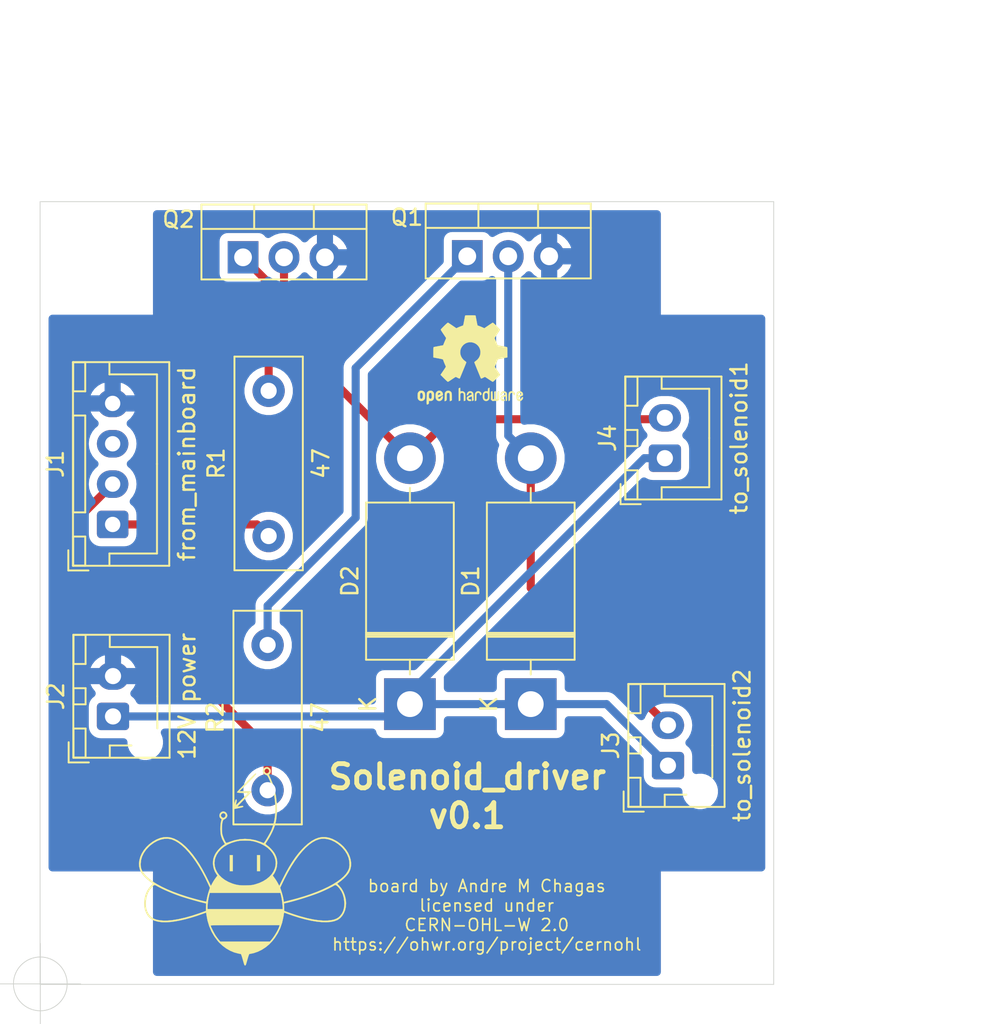
<source format=kicad_pcb>
(kicad_pcb (version 20171130) (host pcbnew 5.1.10-88a1d61d58~90~ubuntu20.04.1)

  (general
    (thickness 1.6)
    (drawings 10)
    (tracks 29)
    (zones 0)
    (modules 16)
    (nets 10)
  )

  (page A4)
  (layers
    (0 F.Cu signal)
    (31 B.Cu signal)
    (32 B.Adhes user)
    (33 F.Adhes user)
    (34 B.Paste user)
    (35 F.Paste user)
    (36 B.SilkS user)
    (37 F.SilkS user)
    (38 B.Mask user)
    (39 F.Mask user)
    (40 Dwgs.User user)
    (41 Cmts.User user)
    (42 Eco1.User user)
    (43 Eco2.User user)
    (44 Edge.Cuts user)
    (45 Margin user)
    (46 B.CrtYd user)
    (47 F.CrtYd user)
    (48 B.Fab user)
    (49 F.Fab user)
  )

  (setup
    (last_trace_width 0.5)
    (user_trace_width 0.5)
    (trace_clearance 0.2)
    (zone_clearance 0.5)
    (zone_45_only no)
    (trace_min 0.2)
    (via_size 0.8)
    (via_drill 0.4)
    (via_min_size 0.4)
    (via_min_drill 0.3)
    (uvia_size 0.3)
    (uvia_drill 0.1)
    (uvias_allowed no)
    (uvia_min_size 0.2)
    (uvia_min_drill 0.1)
    (edge_width 0.05)
    (segment_width 0.2)
    (pcb_text_width 0.3)
    (pcb_text_size 1.5 1.5)
    (mod_edge_width 0.12)
    (mod_text_size 1 1)
    (mod_text_width 0.15)
    (pad_size 1.524 1.524)
    (pad_drill 0.762)
    (pad_to_mask_clearance 0)
    (aux_axis_origin 0 0)
    (visible_elements 7FFFFFFF)
    (pcbplotparams
      (layerselection 0x3ffff_ffffffff)
      (usegerberextensions false)
      (usegerberattributes true)
      (usegerberadvancedattributes true)
      (creategerberjobfile true)
      (excludeedgelayer true)
      (linewidth 0.100000)
      (plotframeref false)
      (viasonmask false)
      (mode 1)
      (useauxorigin false)
      (hpglpennumber 1)
      (hpglpenspeed 20)
      (hpglpendiameter 15.000000)
      (psnegative false)
      (psa4output false)
      (plotreference true)
      (plotvalue true)
      (plotinvisibletext false)
      (padsonsilk false)
      (subtractmaskfromsilk false)
      (outputformat 1)
      (mirror false)
      (drillshape 0)
      (scaleselection 1)
      (outputdirectory "gerber/"))
  )

  (net 0 "")
  (net 1 GND)
  (net 2 +5V)
  (net 3 +12V)
  (net 4 "Net-(D1-Pad2)")
  (net 5 "Net-(D2-Pad2)")
  (net 6 solenoid2)
  (net 7 solenoid1)
  (net 8 "Net-(Q1-Pad1)")
  (net 9 "Net-(Q2-Pad1)")

  (net_class Default "This is the default net class."
    (clearance 0.2)
    (trace_width 0.25)
    (via_dia 0.8)
    (via_drill 0.4)
    (uvia_dia 0.3)
    (uvia_drill 0.1)
    (add_net +12V)
    (add_net +5V)
    (add_net GND)
    (add_net "Net-(D1-Pad2)")
    (add_net "Net-(D2-Pad2)")
    (add_net "Net-(Q1-Pad1)")
    (add_net "Net-(Q2-Pad1)")
    (add_net solenoid1)
    (add_net solenoid2)
  )

  (module Symbol:OSHW-Logo2_7.3x6mm_SilkScreen (layer F.Cu) (tedit 0) (tstamp 60CEADB2)
    (at 138.684 90.297)
    (descr "Open Source Hardware Symbol")
    (tags "Logo Symbol OSHW")
    (attr virtual)
    (fp_text reference REF** (at 0 0) (layer F.SilkS) hide
      (effects (font (size 1 1) (thickness 0.15)))
    )
    (fp_text value OSHW-Logo2_7.3x6mm_SilkScreen (at 0.75 0) (layer F.Fab) hide
      (effects (font (size 1 1) (thickness 0.15)))
    )
    (fp_poly (pts (xy -2.400256 1.919918) (xy -2.344799 1.947568) (xy -2.295852 1.99848) (xy -2.282371 2.017338)
      (xy -2.267686 2.042015) (xy -2.258158 2.068816) (xy -2.252707 2.104587) (xy -2.250253 2.156169)
      (xy -2.249714 2.224267) (xy -2.252148 2.317588) (xy -2.260606 2.387657) (xy -2.276826 2.439931)
      (xy -2.302546 2.479869) (xy -2.339503 2.512929) (xy -2.342218 2.514886) (xy -2.37864 2.534908)
      (xy -2.422498 2.544815) (xy -2.478276 2.547257) (xy -2.568952 2.547257) (xy -2.56899 2.635283)
      (xy -2.569834 2.684308) (xy -2.574976 2.713065) (xy -2.588413 2.730311) (xy -2.614142 2.744808)
      (xy -2.620321 2.747769) (xy -2.649236 2.761648) (xy -2.671624 2.770414) (xy -2.688271 2.771171)
      (xy -2.699964 2.761023) (xy -2.70749 2.737073) (xy -2.711634 2.696426) (xy -2.713185 2.636186)
      (xy -2.712929 2.553455) (xy -2.711651 2.445339) (xy -2.711252 2.413) (xy -2.709815 2.301524)
      (xy -2.708528 2.228603) (xy -2.569029 2.228603) (xy -2.568245 2.290499) (xy -2.56476 2.330997)
      (xy -2.556876 2.357708) (xy -2.542895 2.378244) (xy -2.533403 2.38826) (xy -2.494596 2.417567)
      (xy -2.460237 2.419952) (xy -2.424784 2.39575) (xy -2.423886 2.394857) (xy -2.409461 2.376153)
      (xy -2.400687 2.350732) (xy -2.396261 2.311584) (xy -2.394882 2.251697) (xy -2.394857 2.23843)
      (xy -2.398188 2.155901) (xy -2.409031 2.098691) (xy -2.42866 2.063766) (xy -2.45835 2.048094)
      (xy -2.475509 2.046514) (xy -2.516234 2.053926) (xy -2.544168 2.07833) (xy -2.560983 2.12298)
      (xy -2.56835 2.19113) (xy -2.569029 2.228603) (xy -2.708528 2.228603) (xy -2.708292 2.215245)
      (xy -2.706323 2.150333) (xy -2.70355 2.102958) (xy -2.699612 2.06929) (xy -2.694151 2.045498)
      (xy -2.686808 2.027753) (xy -2.677223 2.012224) (xy -2.673113 2.006381) (xy -2.618595 1.951185)
      (xy -2.549664 1.91989) (xy -2.469928 1.911165) (xy -2.400256 1.919918)) (layer F.SilkS) (width 0.01))
    (fp_poly (pts (xy -1.283907 1.92778) (xy -1.237328 1.954723) (xy -1.204943 1.981466) (xy -1.181258 2.009484)
      (xy -1.164941 2.043748) (xy -1.154661 2.089227) (xy -1.149086 2.150892) (xy -1.146884 2.233711)
      (xy -1.146629 2.293246) (xy -1.146629 2.512391) (xy -1.208314 2.540044) (xy -1.27 2.567697)
      (xy -1.277257 2.32767) (xy -1.280256 2.238028) (xy -1.283402 2.172962) (xy -1.287299 2.128026)
      (xy -1.292553 2.09877) (xy -1.299769 2.080748) (xy -1.30955 2.069511) (xy -1.312688 2.067079)
      (xy -1.360239 2.048083) (xy -1.408303 2.0556) (xy -1.436914 2.075543) (xy -1.448553 2.089675)
      (xy -1.456609 2.10822) (xy -1.461729 2.136334) (xy -1.464559 2.179173) (xy -1.465744 2.241895)
      (xy -1.465943 2.307261) (xy -1.465982 2.389268) (xy -1.467386 2.447316) (xy -1.472086 2.486465)
      (xy -1.482013 2.51178) (xy -1.499097 2.528323) (xy -1.525268 2.541156) (xy -1.560225 2.554491)
      (xy -1.598404 2.569007) (xy -1.593859 2.311389) (xy -1.592029 2.218519) (xy -1.589888 2.149889)
      (xy -1.586819 2.100711) (xy -1.582206 2.066198) (xy -1.575432 2.041562) (xy -1.565881 2.022016)
      (xy -1.554366 2.00477) (xy -1.49881 1.94968) (xy -1.43102 1.917822) (xy -1.357287 1.910191)
      (xy -1.283907 1.92778)) (layer F.SilkS) (width 0.01))
    (fp_poly (pts (xy -2.958885 1.921962) (xy -2.890855 1.957733) (xy -2.840649 2.015301) (xy -2.822815 2.052312)
      (xy -2.808937 2.107882) (xy -2.801833 2.178096) (xy -2.80116 2.254727) (xy -2.806573 2.329552)
      (xy -2.81773 2.394342) (xy -2.834286 2.440873) (xy -2.839374 2.448887) (xy -2.899645 2.508707)
      (xy -2.971231 2.544535) (xy -3.048908 2.55502) (xy -3.127452 2.53881) (xy -3.149311 2.529092)
      (xy -3.191878 2.499143) (xy -3.229237 2.459433) (xy -3.232768 2.454397) (xy -3.247119 2.430124)
      (xy -3.256606 2.404178) (xy -3.26221 2.370022) (xy -3.264914 2.321119) (xy -3.265701 2.250935)
      (xy -3.265714 2.2352) (xy -3.265678 2.230192) (xy -3.120571 2.230192) (xy -3.119727 2.29643)
      (xy -3.116404 2.340386) (xy -3.109417 2.368779) (xy -3.097584 2.388325) (xy -3.091543 2.394857)
      (xy -3.056814 2.41968) (xy -3.023097 2.418548) (xy -2.989005 2.397016) (xy -2.968671 2.374029)
      (xy -2.956629 2.340478) (xy -2.949866 2.287569) (xy -2.949402 2.281399) (xy -2.948248 2.185513)
      (xy -2.960312 2.114299) (xy -2.98543 2.068194) (xy -3.02344 2.047635) (xy -3.037008 2.046514)
      (xy -3.072636 2.052152) (xy -3.097006 2.071686) (xy -3.111907 2.109042) (xy -3.119125 2.16815)
      (xy -3.120571 2.230192) (xy -3.265678 2.230192) (xy -3.265174 2.160413) (xy -3.262904 2.108159)
      (xy -3.257932 2.071949) (xy -3.249287 2.045299) (xy -3.235995 2.021722) (xy -3.233057 2.017338)
      (xy -3.183687 1.958249) (xy -3.129891 1.923947) (xy -3.064398 1.910331) (xy -3.042158 1.909665)
      (xy -2.958885 1.921962)) (layer F.SilkS) (width 0.01))
    (fp_poly (pts (xy -1.831697 1.931239) (xy -1.774473 1.969735) (xy -1.730251 2.025335) (xy -1.703833 2.096086)
      (xy -1.69849 2.148162) (xy -1.699097 2.169893) (xy -1.704178 2.186531) (xy -1.718145 2.201437)
      (xy -1.745411 2.217973) (xy -1.790388 2.239498) (xy -1.857489 2.269374) (xy -1.857829 2.269524)
      (xy -1.919593 2.297813) (xy -1.970241 2.322933) (xy -2.004596 2.342179) (xy -2.017482 2.352848)
      (xy -2.017486 2.352934) (xy -2.006128 2.376166) (xy -1.979569 2.401774) (xy -1.949077 2.420221)
      (xy -1.93363 2.423886) (xy -1.891485 2.411212) (xy -1.855192 2.379471) (xy -1.837483 2.344572)
      (xy -1.820448 2.318845) (xy -1.787078 2.289546) (xy -1.747851 2.264235) (xy -1.713244 2.250471)
      (xy -1.706007 2.249714) (xy -1.697861 2.26216) (xy -1.69737 2.293972) (xy -1.703357 2.336866)
      (xy -1.714643 2.382558) (xy -1.73005 2.422761) (xy -1.730829 2.424322) (xy -1.777196 2.489062)
      (xy -1.837289 2.533097) (xy -1.905535 2.554711) (xy -1.976362 2.552185) (xy -2.044196 2.523804)
      (xy -2.047212 2.521808) (xy -2.100573 2.473448) (xy -2.13566 2.410352) (xy -2.155078 2.327387)
      (xy -2.157684 2.304078) (xy -2.162299 2.194055) (xy -2.156767 2.142748) (xy -2.017486 2.142748)
      (xy -2.015676 2.174753) (xy -2.005778 2.184093) (xy -1.981102 2.177105) (xy -1.942205 2.160587)
      (xy -1.898725 2.139881) (xy -1.897644 2.139333) (xy -1.860791 2.119949) (xy -1.846 2.107013)
      (xy -1.849647 2.093451) (xy -1.865005 2.075632) (xy -1.904077 2.049845) (xy -1.946154 2.04795)
      (xy -1.983897 2.066717) (xy -2.009966 2.102915) (xy -2.017486 2.142748) (xy -2.156767 2.142748)
      (xy -2.152806 2.106027) (xy -2.12845 2.036212) (xy -2.094544 1.987302) (xy -2.033347 1.937878)
      (xy -1.965937 1.913359) (xy -1.89712 1.911797) (xy -1.831697 1.931239)) (layer F.SilkS) (width 0.01))
    (fp_poly (pts (xy -0.624114 1.851289) (xy -0.619861 1.910613) (xy -0.614975 1.945572) (xy -0.608205 1.96082)
      (xy -0.598298 1.961015) (xy -0.595086 1.959195) (xy -0.552356 1.946015) (xy -0.496773 1.946785)
      (xy -0.440263 1.960333) (xy -0.404918 1.977861) (xy -0.368679 2.005861) (xy -0.342187 2.037549)
      (xy -0.324001 2.077813) (xy -0.312678 2.131543) (xy -0.306778 2.203626) (xy -0.304857 2.298951)
      (xy -0.304823 2.317237) (xy -0.3048 2.522646) (xy -0.350509 2.53858) (xy -0.382973 2.54942)
      (xy -0.400785 2.554468) (xy -0.401309 2.554514) (xy -0.403063 2.540828) (xy -0.404556 2.503076)
      (xy -0.405674 2.446224) (xy -0.406303 2.375234) (xy -0.4064 2.332073) (xy -0.406602 2.246973)
      (xy -0.407642 2.185981) (xy -0.410169 2.144177) (xy -0.414836 2.116642) (xy -0.422293 2.098456)
      (xy -0.433189 2.084698) (xy -0.439993 2.078073) (xy -0.486728 2.051375) (xy -0.537728 2.049375)
      (xy -0.583999 2.071955) (xy -0.592556 2.080107) (xy -0.605107 2.095436) (xy -0.613812 2.113618)
      (xy -0.619369 2.139909) (xy -0.622474 2.179562) (xy -0.623824 2.237832) (xy -0.624114 2.318173)
      (xy -0.624114 2.522646) (xy -0.669823 2.53858) (xy -0.702287 2.54942) (xy -0.720099 2.554468)
      (xy -0.720623 2.554514) (xy -0.721963 2.540623) (xy -0.723172 2.501439) (xy -0.724199 2.4407)
      (xy -0.724998 2.362141) (xy -0.725519 2.269498) (xy -0.725714 2.166509) (xy -0.725714 1.769342)
      (xy -0.678543 1.749444) (xy -0.631371 1.729547) (xy -0.624114 1.851289)) (layer F.SilkS) (width 0.01))
    (fp_poly (pts (xy 0.039744 1.950968) (xy 0.096616 1.972087) (xy 0.097267 1.972493) (xy 0.13244 1.99838)
      (xy 0.158407 2.028633) (xy 0.17667 2.068058) (xy 0.188732 2.121462) (xy 0.196096 2.193651)
      (xy 0.200264 2.289432) (xy 0.200629 2.303078) (xy 0.205876 2.508842) (xy 0.161716 2.531678)
      (xy 0.129763 2.54711) (xy 0.11047 2.554423) (xy 0.109578 2.554514) (xy 0.106239 2.541022)
      (xy 0.103587 2.504626) (xy 0.101956 2.451452) (xy 0.1016 2.408393) (xy 0.101592 2.338641)
      (xy 0.098403 2.294837) (xy 0.087288 2.273944) (xy 0.063501 2.272925) (xy 0.022296 2.288741)
      (xy -0.039914 2.317815) (xy -0.085659 2.341963) (xy -0.109187 2.362913) (xy -0.116104 2.385747)
      (xy -0.116114 2.386877) (xy -0.104701 2.426212) (xy -0.070908 2.447462) (xy -0.019191 2.450539)
      (xy 0.018061 2.450006) (xy 0.037703 2.460735) (xy 0.049952 2.486505) (xy 0.057002 2.519337)
      (xy 0.046842 2.537966) (xy 0.043017 2.540632) (xy 0.007001 2.55134) (xy -0.043434 2.552856)
      (xy -0.095374 2.545759) (xy -0.132178 2.532788) (xy -0.183062 2.489585) (xy -0.211986 2.429446)
      (xy -0.217714 2.382462) (xy -0.213343 2.340082) (xy -0.197525 2.305488) (xy -0.166203 2.274763)
      (xy -0.115322 2.24399) (xy -0.040824 2.209252) (xy -0.036286 2.207288) (xy 0.030821 2.176287)
      (xy 0.072232 2.150862) (xy 0.089981 2.128014) (xy 0.086107 2.104745) (xy 0.062643 2.078056)
      (xy 0.055627 2.071914) (xy 0.00863 2.0481) (xy -0.040067 2.049103) (xy -0.082478 2.072451)
      (xy -0.110616 2.115675) (xy -0.113231 2.12416) (xy -0.138692 2.165308) (xy -0.170999 2.185128)
      (xy -0.217714 2.20477) (xy -0.217714 2.15395) (xy -0.203504 2.080082) (xy -0.161325 2.012327)
      (xy -0.139376 1.989661) (xy -0.089483 1.960569) (xy -0.026033 1.9474) (xy 0.039744 1.950968)) (layer F.SilkS) (width 0.01))
    (fp_poly (pts (xy 0.529926 1.949755) (xy 0.595858 1.974084) (xy 0.649273 2.017117) (xy 0.670164 2.047409)
      (xy 0.692939 2.102994) (xy 0.692466 2.143186) (xy 0.668562 2.170217) (xy 0.659717 2.174813)
      (xy 0.62153 2.189144) (xy 0.602028 2.185472) (xy 0.595422 2.161407) (xy 0.595086 2.148114)
      (xy 0.582992 2.09921) (xy 0.551471 2.064999) (xy 0.507659 2.048476) (xy 0.458695 2.052634)
      (xy 0.418894 2.074227) (xy 0.40545 2.086544) (xy 0.395921 2.101487) (xy 0.389485 2.124075)
      (xy 0.385317 2.159328) (xy 0.382597 2.212266) (xy 0.380502 2.287907) (xy 0.37996 2.311857)
      (xy 0.377981 2.39379) (xy 0.375731 2.451455) (xy 0.372357 2.489608) (xy 0.367006 2.513004)
      (xy 0.358824 2.526398) (xy 0.346959 2.534545) (xy 0.339362 2.538144) (xy 0.307102 2.550452)
      (xy 0.288111 2.554514) (xy 0.281836 2.540948) (xy 0.278006 2.499934) (xy 0.2766 2.430999)
      (xy 0.277598 2.333669) (xy 0.277908 2.318657) (xy 0.280101 2.229859) (xy 0.282693 2.165019)
      (xy 0.286382 2.119067) (xy 0.291864 2.086935) (xy 0.299835 2.063553) (xy 0.310993 2.043852)
      (xy 0.31683 2.03541) (xy 0.350296 1.998057) (xy 0.387727 1.969003) (xy 0.392309 1.966467)
      (xy 0.459426 1.946443) (xy 0.529926 1.949755)) (layer F.SilkS) (width 0.01))
    (fp_poly (pts (xy 1.190117 2.065358) (xy 1.189933 2.173837) (xy 1.189219 2.257287) (xy 1.187675 2.319704)
      (xy 1.185001 2.365085) (xy 1.180894 2.397429) (xy 1.175055 2.420733) (xy 1.167182 2.438995)
      (xy 1.161221 2.449418) (xy 1.111855 2.505945) (xy 1.049264 2.541377) (xy 0.980013 2.55409)
      (xy 0.910668 2.542463) (xy 0.869375 2.521568) (xy 0.826025 2.485422) (xy 0.796481 2.441276)
      (xy 0.778655 2.383462) (xy 0.770463 2.306313) (xy 0.769302 2.249714) (xy 0.769458 2.245647)
      (xy 0.870857 2.245647) (xy 0.871476 2.31055) (xy 0.874314 2.353514) (xy 0.88084 2.381622)
      (xy 0.892523 2.401953) (xy 0.906483 2.417288) (xy 0.953365 2.44689) (xy 1.003701 2.449419)
      (xy 1.051276 2.424705) (xy 1.054979 2.421356) (xy 1.070783 2.403935) (xy 1.080693 2.383209)
      (xy 1.086058 2.352362) (xy 1.088228 2.304577) (xy 1.088571 2.251748) (xy 1.087827 2.185381)
      (xy 1.084748 2.141106) (xy 1.078061 2.112009) (xy 1.066496 2.091173) (xy 1.057013 2.080107)
      (xy 1.01296 2.052198) (xy 0.962224 2.048843) (xy 0.913796 2.070159) (xy 0.90445 2.078073)
      (xy 0.88854 2.095647) (xy 0.87861 2.116587) (xy 0.873278 2.147782) (xy 0.871163 2.196122)
      (xy 0.870857 2.245647) (xy 0.769458 2.245647) (xy 0.77281 2.158568) (xy 0.784726 2.090086)
      (xy 0.807135 2.0386) (xy 0.842124 1.998443) (xy 0.869375 1.977861) (xy 0.918907 1.955625)
      (xy 0.976316 1.945304) (xy 1.029682 1.948067) (xy 1.059543 1.959212) (xy 1.071261 1.962383)
      (xy 1.079037 1.950557) (xy 1.084465 1.918866) (xy 1.088571 1.870593) (xy 1.093067 1.816829)
      (xy 1.099313 1.784482) (xy 1.110676 1.765985) (xy 1.130528 1.75377) (xy 1.143 1.748362)
      (xy 1.190171 1.728601) (xy 1.190117 2.065358)) (layer F.SilkS) (width 0.01))
    (fp_poly (pts (xy 1.779833 1.958663) (xy 1.782048 1.99685) (xy 1.783784 2.054886) (xy 1.784899 2.12818)
      (xy 1.785257 2.205055) (xy 1.785257 2.465196) (xy 1.739326 2.511127) (xy 1.707675 2.539429)
      (xy 1.67989 2.550893) (xy 1.641915 2.550168) (xy 1.62684 2.548321) (xy 1.579726 2.542948)
      (xy 1.540756 2.539869) (xy 1.531257 2.539585) (xy 1.499233 2.541445) (xy 1.453432 2.546114)
      (xy 1.435674 2.548321) (xy 1.392057 2.551735) (xy 1.362745 2.54432) (xy 1.33368 2.521427)
      (xy 1.323188 2.511127) (xy 1.277257 2.465196) (xy 1.277257 1.978602) (xy 1.314226 1.961758)
      (xy 1.346059 1.949282) (xy 1.364683 1.944914) (xy 1.369458 1.958718) (xy 1.373921 1.997286)
      (xy 1.377775 2.056356) (xy 1.380722 2.131663) (xy 1.382143 2.195286) (xy 1.386114 2.445657)
      (xy 1.420759 2.450556) (xy 1.452268 2.447131) (xy 1.467708 2.436041) (xy 1.472023 2.415308)
      (xy 1.475708 2.371145) (xy 1.478469 2.309146) (xy 1.480012 2.234909) (xy 1.480235 2.196706)
      (xy 1.480457 1.976783) (xy 1.526166 1.960849) (xy 1.558518 1.950015) (xy 1.576115 1.944962)
      (xy 1.576623 1.944914) (xy 1.578388 1.958648) (xy 1.580329 1.99673) (xy 1.582282 2.054482)
      (xy 1.584084 2.127227) (xy 1.585343 2.195286) (xy 1.589314 2.445657) (xy 1.6764 2.445657)
      (xy 1.680396 2.21724) (xy 1.684392 1.988822) (xy 1.726847 1.966868) (xy 1.758192 1.951793)
      (xy 1.776744 1.944951) (xy 1.777279 1.944914) (xy 1.779833 1.958663)) (layer F.SilkS) (width 0.01))
    (fp_poly (pts (xy 2.144876 1.956335) (xy 2.186667 1.975344) (xy 2.219469 1.998378) (xy 2.243503 2.024133)
      (xy 2.260097 2.057358) (xy 2.270577 2.1028) (xy 2.276271 2.165207) (xy 2.278507 2.249327)
      (xy 2.278743 2.304721) (xy 2.278743 2.520826) (xy 2.241774 2.53767) (xy 2.212656 2.549981)
      (xy 2.198231 2.554514) (xy 2.195472 2.541025) (xy 2.193282 2.504653) (xy 2.191942 2.451542)
      (xy 2.191657 2.409372) (xy 2.190434 2.348447) (xy 2.187136 2.300115) (xy 2.182321 2.270518)
      (xy 2.178496 2.264229) (xy 2.152783 2.270652) (xy 2.112418 2.287125) (xy 2.065679 2.309458)
      (xy 2.020845 2.333457) (xy 1.986193 2.35493) (xy 1.970002 2.369685) (xy 1.969938 2.369845)
      (xy 1.97133 2.397152) (xy 1.983818 2.423219) (xy 2.005743 2.444392) (xy 2.037743 2.451474)
      (xy 2.065092 2.450649) (xy 2.103826 2.450042) (xy 2.124158 2.459116) (xy 2.136369 2.483092)
      (xy 2.137909 2.487613) (xy 2.143203 2.521806) (xy 2.129047 2.542568) (xy 2.092148 2.552462)
      (xy 2.052289 2.554292) (xy 1.980562 2.540727) (xy 1.943432 2.521355) (xy 1.897576 2.475845)
      (xy 1.873256 2.419983) (xy 1.871073 2.360957) (xy 1.891629 2.305953) (xy 1.922549 2.271486)
      (xy 1.95342 2.252189) (xy 2.001942 2.227759) (xy 2.058485 2.202985) (xy 2.06791 2.199199)
      (xy 2.130019 2.171791) (xy 2.165822 2.147634) (xy 2.177337 2.123619) (xy 2.16658 2.096635)
      (xy 2.148114 2.075543) (xy 2.104469 2.049572) (xy 2.056446 2.047624) (xy 2.012406 2.067637)
      (xy 1.980709 2.107551) (xy 1.976549 2.117848) (xy 1.952327 2.155724) (xy 1.916965 2.183842)
      (xy 1.872343 2.206917) (xy 1.872343 2.141485) (xy 1.874969 2.101506) (xy 1.88623 2.069997)
      (xy 1.911199 2.036378) (xy 1.935169 2.010484) (xy 1.972441 1.973817) (xy 2.001401 1.954121)
      (xy 2.032505 1.94622) (xy 2.067713 1.944914) (xy 2.144876 1.956335)) (layer F.SilkS) (width 0.01))
    (fp_poly (pts (xy 2.6526 1.958752) (xy 2.669948 1.966334) (xy 2.711356 1.999128) (xy 2.746765 2.046547)
      (xy 2.768664 2.097151) (xy 2.772229 2.122098) (xy 2.760279 2.156927) (xy 2.734067 2.175357)
      (xy 2.705964 2.186516) (xy 2.693095 2.188572) (xy 2.686829 2.173649) (xy 2.674456 2.141175)
      (xy 2.669028 2.126502) (xy 2.63859 2.075744) (xy 2.59452 2.050427) (xy 2.53801 2.051206)
      (xy 2.533825 2.052203) (xy 2.503655 2.066507) (xy 2.481476 2.094393) (xy 2.466327 2.139287)
      (xy 2.45725 2.204615) (xy 2.453286 2.293804) (xy 2.452914 2.341261) (xy 2.45273 2.416071)
      (xy 2.451522 2.467069) (xy 2.448309 2.499471) (xy 2.442109 2.518495) (xy 2.43194 2.529356)
      (xy 2.416819 2.537272) (xy 2.415946 2.53767) (xy 2.386828 2.549981) (xy 2.372403 2.554514)
      (xy 2.370186 2.540809) (xy 2.368289 2.502925) (xy 2.366847 2.445715) (xy 2.365998 2.374027)
      (xy 2.365829 2.321565) (xy 2.366692 2.220047) (xy 2.37007 2.143032) (xy 2.377142 2.086023)
      (xy 2.389088 2.044526) (xy 2.40709 2.014043) (xy 2.432327 1.99008) (xy 2.457247 1.973355)
      (xy 2.517171 1.951097) (xy 2.586911 1.946076) (xy 2.6526 1.958752)) (layer F.SilkS) (width 0.01))
    (fp_poly (pts (xy 3.153595 1.966966) (xy 3.211021 2.004497) (xy 3.238719 2.038096) (xy 3.260662 2.099064)
      (xy 3.262405 2.147308) (xy 3.258457 2.211816) (xy 3.109686 2.276934) (xy 3.037349 2.310202)
      (xy 2.990084 2.336964) (xy 2.965507 2.360144) (xy 2.961237 2.382667) (xy 2.974889 2.407455)
      (xy 2.989943 2.423886) (xy 3.033746 2.450235) (xy 3.081389 2.452081) (xy 3.125145 2.431546)
      (xy 3.157289 2.390752) (xy 3.163038 2.376347) (xy 3.190576 2.331356) (xy 3.222258 2.312182)
      (xy 3.265714 2.295779) (xy 3.265714 2.357966) (xy 3.261872 2.400283) (xy 3.246823 2.435969)
      (xy 3.21528 2.476943) (xy 3.210592 2.482267) (xy 3.175506 2.51872) (xy 3.145347 2.538283)
      (xy 3.107615 2.547283) (xy 3.076335 2.55023) (xy 3.020385 2.550965) (xy 2.980555 2.54166)
      (xy 2.955708 2.527846) (xy 2.916656 2.497467) (xy 2.889625 2.464613) (xy 2.872517 2.423294)
      (xy 2.863238 2.367521) (xy 2.859693 2.291305) (xy 2.85941 2.252622) (xy 2.860372 2.206247)
      (xy 2.948007 2.206247) (xy 2.949023 2.231126) (xy 2.951556 2.2352) (xy 2.968274 2.229665)
      (xy 3.004249 2.215017) (xy 3.052331 2.19419) (xy 3.062386 2.189714) (xy 3.123152 2.158814)
      (xy 3.156632 2.131657) (xy 3.16399 2.10622) (xy 3.146391 2.080481) (xy 3.131856 2.069109)
      (xy 3.07941 2.046364) (xy 3.030322 2.050122) (xy 2.989227 2.077884) (xy 2.960758 2.127152)
      (xy 2.951631 2.166257) (xy 2.948007 2.206247) (xy 2.860372 2.206247) (xy 2.861285 2.162249)
      (xy 2.868196 2.095384) (xy 2.881884 2.046695) (xy 2.904096 2.010849) (xy 2.936574 1.982513)
      (xy 2.950733 1.973355) (xy 3.015053 1.949507) (xy 3.085473 1.948006) (xy 3.153595 1.966966)) (layer F.SilkS) (width 0.01))
    (fp_poly (pts (xy 0.10391 -2.757652) (xy 0.182454 -2.757222) (xy 0.239298 -2.756058) (xy 0.278105 -2.753793)
      (xy 0.302538 -2.75006) (xy 0.316262 -2.744494) (xy 0.32294 -2.736727) (xy 0.326236 -2.726395)
      (xy 0.326556 -2.725057) (xy 0.331562 -2.700921) (xy 0.340829 -2.653299) (xy 0.353392 -2.587259)
      (xy 0.368287 -2.507872) (xy 0.384551 -2.420204) (xy 0.385119 -2.417125) (xy 0.40141 -2.331211)
      (xy 0.416652 -2.255304) (xy 0.429861 -2.193955) (xy 0.440054 -2.151718) (xy 0.446248 -2.133145)
      (xy 0.446543 -2.132816) (xy 0.464788 -2.123747) (xy 0.502405 -2.108633) (xy 0.551271 -2.090738)
      (xy 0.551543 -2.090642) (xy 0.613093 -2.067507) (xy 0.685657 -2.038035) (xy 0.754057 -2.008403)
      (xy 0.757294 -2.006938) (xy 0.868702 -1.956374) (xy 1.115399 -2.12484) (xy 1.191077 -2.176197)
      (xy 1.259631 -2.222111) (xy 1.317088 -2.25997) (xy 1.359476 -2.287163) (xy 1.382825 -2.301079)
      (xy 1.385042 -2.302111) (xy 1.40201 -2.297516) (xy 1.433701 -2.275345) (xy 1.481352 -2.234553)
      (xy 1.546198 -2.174095) (xy 1.612397 -2.109773) (xy 1.676214 -2.046388) (xy 1.733329 -1.988549)
      (xy 1.780305 -1.939825) (xy 1.813703 -1.90379) (xy 1.830085 -1.884016) (xy 1.830694 -1.882998)
      (xy 1.832505 -1.869428) (xy 1.825683 -1.847267) (xy 1.80854 -1.813522) (xy 1.779393 -1.7652)
      (xy 1.736555 -1.699308) (xy 1.679448 -1.614483) (xy 1.628766 -1.539823) (xy 1.583461 -1.47286)
      (xy 1.54615 -1.417484) (xy 1.519452 -1.37758) (xy 1.505985 -1.357038) (xy 1.505137 -1.355644)
      (xy 1.506781 -1.335962) (xy 1.519245 -1.297707) (xy 1.540048 -1.248111) (xy 1.547462 -1.232272)
      (xy 1.579814 -1.16171) (xy 1.614328 -1.081647) (xy 1.642365 -1.012371) (xy 1.662568 -0.960955)
      (xy 1.678615 -0.921881) (xy 1.687888 -0.901459) (xy 1.689041 -0.899886) (xy 1.706096 -0.897279)
      (xy 1.746298 -0.890137) (xy 1.804302 -0.879477) (xy 1.874763 -0.866315) (xy 1.952335 -0.851667)
      (xy 2.031672 -0.836551) (xy 2.107431 -0.821982) (xy 2.174264 -0.808978) (xy 2.226828 -0.798555)
      (xy 2.259776 -0.79173) (xy 2.267857 -0.789801) (xy 2.276205 -0.785038) (xy 2.282506 -0.774282)
      (xy 2.287045 -0.753902) (xy 2.290104 -0.720266) (xy 2.291967 -0.669745) (xy 2.292918 -0.598708)
      (xy 2.29324 -0.503524) (xy 2.293257 -0.464508) (xy 2.293257 -0.147201) (xy 2.217057 -0.132161)
      (xy 2.174663 -0.124005) (xy 2.1114 -0.112101) (xy 2.034962 -0.097884) (xy 1.953043 -0.08279)
      (xy 1.9304 -0.078645) (xy 1.854806 -0.063947) (xy 1.788953 -0.049495) (xy 1.738366 -0.036625)
      (xy 1.708574 -0.026678) (xy 1.703612 -0.023713) (xy 1.691426 -0.002717) (xy 1.673953 0.037967)
      (xy 1.654577 0.090322) (xy 1.650734 0.1016) (xy 1.625339 0.171523) (xy 1.593817 0.250418)
      (xy 1.562969 0.321266) (xy 1.562817 0.321595) (xy 1.511447 0.432733) (xy 1.680399 0.681253)
      (xy 1.849352 0.929772) (xy 1.632429 1.147058) (xy 1.566819 1.211726) (xy 1.506979 1.268733)
      (xy 1.456267 1.315033) (xy 1.418046 1.347584) (xy 1.395675 1.363343) (xy 1.392466 1.364343)
      (xy 1.373626 1.356469) (xy 1.33518 1.334578) (xy 1.28133 1.301267) (xy 1.216276 1.259131)
      (xy 1.14594 1.211943) (xy 1.074555 1.16381) (xy 1.010908 1.121928) (xy 0.959041 1.088871)
      (xy 0.922995 1.067218) (xy 0.906867 1.059543) (xy 0.887189 1.066037) (xy 0.849875 1.08315)
      (xy 0.802621 1.107326) (xy 0.797612 1.110013) (xy 0.733977 1.141927) (xy 0.690341 1.157579)
      (xy 0.663202 1.157745) (xy 0.649057 1.143204) (xy 0.648975 1.143) (xy 0.641905 1.125779)
      (xy 0.625042 1.084899) (xy 0.599695 1.023525) (xy 0.567171 0.944819) (xy 0.528778 0.851947)
      (xy 0.485822 0.748072) (xy 0.444222 0.647502) (xy 0.398504 0.536516) (xy 0.356526 0.433703)
      (xy 0.319548 0.342215) (xy 0.288827 0.265201) (xy 0.265622 0.205815) (xy 0.25119 0.167209)
      (xy 0.246743 0.1528) (xy 0.257896 0.136272) (xy 0.287069 0.10993) (xy 0.325971 0.080887)
      (xy 0.436757 -0.010961) (xy 0.523351 -0.116241) (xy 0.584716 -0.232734) (xy 0.619815 -0.358224)
      (xy 0.627608 -0.490493) (xy 0.621943 -0.551543) (xy 0.591078 -0.678205) (xy 0.53792 -0.790059)
      (xy 0.465767 -0.885999) (xy 0.377917 -0.964924) (xy 0.277665 -1.02573) (xy 0.16831 -1.067313)
      (xy 0.053147 -1.088572) (xy -0.064525 -1.088401) (xy -0.18141 -1.065699) (xy -0.294211 -1.019362)
      (xy -0.399631 -0.948287) (xy -0.443632 -0.908089) (xy -0.528021 -0.804871) (xy -0.586778 -0.692075)
      (xy -0.620296 -0.57299) (xy -0.628965 -0.450905) (xy -0.613177 -0.329107) (xy -0.573322 -0.210884)
      (xy -0.509793 -0.099525) (xy -0.422979 0.001684) (xy -0.325971 0.080887) (xy -0.285563 0.111162)
      (xy -0.257018 0.137219) (xy -0.246743 0.152825) (xy -0.252123 0.169843) (xy -0.267425 0.2105)
      (xy -0.291388 0.271642) (xy -0.322756 0.350119) (xy -0.360268 0.44278) (xy -0.402667 0.546472)
      (xy -0.444337 0.647526) (xy -0.49031 0.758607) (xy -0.532893 0.861541) (xy -0.570779 0.953165)
      (xy -0.60266 1.030316) (xy -0.627229 1.089831) (xy -0.64318 1.128544) (xy -0.64909 1.143)
      (xy -0.663052 1.157685) (xy -0.69006 1.157642) (xy -0.733587 1.142099) (xy -0.79711 1.110284)
      (xy -0.797612 1.110013) (xy -0.84544 1.085323) (xy -0.884103 1.067338) (xy -0.905905 1.059614)
      (xy -0.906867 1.059543) (xy -0.923279 1.067378) (xy -0.959513 1.089165) (xy -1.011526 1.122328)
      (xy -1.075275 1.164291) (xy -1.14594 1.211943) (xy -1.217884 1.260191) (xy -1.282726 1.302151)
      (xy -1.336265 1.335227) (xy -1.374303 1.356821) (xy -1.392467 1.364343) (xy -1.409192 1.354457)
      (xy -1.44282 1.326826) (xy -1.48999 1.284495) (xy -1.547342 1.230505) (xy -1.611516 1.167899)
      (xy -1.632503 1.146983) (xy -1.849501 0.929623) (xy -1.684332 0.68722) (xy -1.634136 0.612781)
      (xy -1.590081 0.545972) (xy -1.554638 0.490665) (xy -1.530281 0.450729) (xy -1.519478 0.430036)
      (xy -1.519162 0.428563) (xy -1.524857 0.409058) (xy -1.540174 0.369822) (xy -1.562463 0.31743)
      (xy -1.578107 0.282355) (xy -1.607359 0.215201) (xy -1.634906 0.147358) (xy -1.656263 0.090034)
      (xy -1.662065 0.072572) (xy -1.678548 0.025938) (xy -1.69466 -0.010095) (xy -1.70351 -0.023713)
      (xy -1.72304 -0.032048) (xy -1.765666 -0.043863) (xy -1.825855 -0.057819) (xy -1.898078 -0.072578)
      (xy -1.9304 -0.078645) (xy -2.012478 -0.093727) (xy -2.091205 -0.108331) (xy -2.158891 -0.12102)
      (xy -2.20784 -0.130358) (xy -2.217057 -0.132161) (xy -2.293257 -0.147201) (xy -2.293257 -0.464508)
      (xy -2.293086 -0.568846) (xy -2.292384 -0.647787) (xy -2.290866 -0.704962) (xy -2.288251 -0.744001)
      (xy -2.284254 -0.768535) (xy -2.278591 -0.782195) (xy -2.27098 -0.788611) (xy -2.267857 -0.789801)
      (xy -2.249022 -0.79402) (xy -2.207412 -0.802438) (xy -2.14837 -0.814039) (xy -2.077243 -0.827805)
      (xy -1.999375 -0.84272) (xy -1.920113 -0.857768) (xy -1.844802 -0.871931) (xy -1.778787 -0.884194)
      (xy -1.727413 -0.893539) (xy -1.696025 -0.89895) (xy -1.689041 -0.899886) (xy -1.682715 -0.912404)
      (xy -1.66871 -0.945754) (xy -1.649645 -0.993623) (xy -1.642366 -1.012371) (xy -1.613004 -1.084805)
      (xy -1.578429 -1.16483) (xy -1.547463 -1.232272) (xy -1.524677 -1.283841) (xy -1.509518 -1.326215)
      (xy -1.504458 -1.352166) (xy -1.505264 -1.355644) (xy -1.515959 -1.372064) (xy -1.54038 -1.408583)
      (xy -1.575905 -1.461313) (xy -1.619913 -1.526365) (xy -1.669783 -1.599849) (xy -1.679644 -1.614355)
      (xy -1.737508 -1.700296) (xy -1.780044 -1.765739) (xy -1.808946 -1.813696) (xy -1.82591 -1.84718)
      (xy -1.832633 -1.869205) (xy -1.83081 -1.882783) (xy -1.830764 -1.882869) (xy -1.816414 -1.900703)
      (xy -1.784677 -1.935183) (xy -1.73899 -1.982732) (xy -1.682796 -2.039778) (xy -1.619532 -2.102745)
      (xy -1.612398 -2.109773) (xy -1.53267 -2.18698) (xy -1.471143 -2.24367) (xy -1.426579 -2.28089)
      (xy -1.397743 -2.299685) (xy -1.385042 -2.302111) (xy -1.366506 -2.291529) (xy -1.328039 -2.267084)
      (xy -1.273614 -2.231388) (xy -1.207202 -2.187053) (xy -1.132775 -2.136689) (xy -1.115399 -2.12484)
      (xy -0.868703 -1.956374) (xy -0.757294 -2.006938) (xy -0.689543 -2.036405) (xy -0.616817 -2.066041)
      (xy -0.554297 -2.08967) (xy -0.551543 -2.090642) (xy -0.50264 -2.108543) (xy -0.464943 -2.12368)
      (xy -0.446575 -2.13279) (xy -0.446544 -2.132816) (xy -0.440715 -2.149283) (xy -0.430808 -2.189781)
      (xy -0.417805 -2.249758) (xy -0.402691 -2.32466) (xy -0.386448 -2.409936) (xy -0.385119 -2.417125)
      (xy -0.368825 -2.504986) (xy -0.353867 -2.58474) (xy -0.341209 -2.651319) (xy -0.331814 -2.699653)
      (xy -0.326646 -2.724675) (xy -0.326556 -2.725057) (xy -0.323411 -2.735701) (xy -0.317296 -2.743738)
      (xy -0.304547 -2.749533) (xy -0.2815 -2.753453) (xy -0.244491 -2.755865) (xy -0.189856 -2.757135)
      (xy -0.113933 -2.757629) (xy -0.013056 -2.757714) (xy 0 -2.757714) (xy 0.10391 -2.757652)) (layer F.SilkS) (width 0.01))
  )

  (module logo-beehive:logo-beehive-13_2х12_3mm (layer F.Cu) (tedit 0) (tstamp 60CEAAD1)
    (at 124.714 121.666)
    (fp_text reference G*** (at 0 0) (layer F.SilkS) hide
      (effects (font (size 1.524 1.524) (thickness 0.3)))
    )
    (fp_text value LOGO (at 0.75 0) (layer F.SilkS) hide
      (effects (font (size 1.524 1.524) (thickness 0.3)))
    )
    (fp_poly (pts (xy 1.43206 -6.120166) (xy 1.503454 -6.073142) (xy 1.559921 -6.008476) (xy 1.581032 -5.964856)
      (xy 1.593865 -5.873691) (xy 1.57674 -5.785701) (xy 1.533201 -5.715331) (xy 1.516099 -5.700251)
      (xy 1.467688 -5.663735) (xy 1.578221 -5.430076) (xy 1.727108 -5.070831) (xy 1.840543 -4.696426)
      (xy 1.919134 -4.303945) (xy 1.963486 -3.89047) (xy 1.974727 -3.52425) (xy 1.968472 -3.254768)
      (xy 1.949635 -3.016151) (xy 1.916866 -2.798448) (xy 1.868816 -2.591708) (xy 1.831162 -2.465917)
      (xy 1.775341 -2.315525) (xy 1.699413 -2.143173) (xy 1.609091 -1.960448) (xy 1.510088 -1.778936)
      (xy 1.413237 -1.618242) (xy 1.359088 -1.533164) (xy 1.31277 -1.46029) (xy 1.279318 -1.40755)
      (xy 1.263962 -1.383188) (xy 1.272922 -1.360831) (xy 1.309987 -1.32386) (xy 1.366541 -1.280635)
      (xy 1.485566 -1.186452) (xy 1.60603 -1.069788) (xy 1.717919 -0.941929) (xy 1.811218 -0.814157)
      (xy 1.867333 -0.716323) (xy 1.930675 -0.569934) (xy 1.969793 -0.436509) (xy 1.988936 -0.297681)
      (xy 1.992733 -0.174046) (xy 1.972824 0.037523) (xy 1.916179 0.2426) (xy 1.825976 0.431462)
      (xy 1.765043 0.522471) (xy 1.714487 0.589858) (xy 1.826412 0.738638) (xy 1.892467 0.832776)
      (xy 1.96279 0.942954) (xy 2.023329 1.047048) (xy 2.029151 1.057858) (xy 2.119966 1.228299)
      (xy 2.326967 0.809941) (xy 2.529528 0.41577) (xy 2.728446 0.060195) (xy 2.925968 -0.260113)
      (xy 3.124338 -0.548479) (xy 3.325804 -0.808231) (xy 3.53261 -1.042696) (xy 3.674857 -1.186891)
      (xy 3.903075 -1.39058) (xy 4.125367 -1.552904) (xy 4.34346 -1.674134) (xy 4.559079 -1.754543)
      (xy 4.773949 -1.794401) (xy 4.989797 -1.793979) (xy 5.208347 -1.75355) (xy 5.431327 -1.673383)
      (xy 5.66046 -1.553752) (xy 5.730698 -1.510182) (xy 5.936418 -1.359298) (xy 6.11617 -1.189458)
      (xy 6.268532 -1.004543) (xy 6.392083 -0.808436) (xy 6.485402 -0.605019) (xy 6.547067 -0.398173)
      (xy 6.575656 -0.191781) (xy 6.569748 0.010275) (xy 6.527923 0.204113) (xy 6.448757 0.385851)
      (xy 6.434124 0.410919) (xy 6.357603 0.518581) (xy 6.252706 0.638779) (xy 6.127797 0.763021)
      (xy 5.991244 0.882818) (xy 5.894917 0.958215) (xy 5.822702 1.011959) (xy 5.764297 1.055673)
      (xy 5.727332 1.083632) (xy 5.718421 1.090641) (xy 5.729233 1.107326) (xy 5.764195 1.14641)
      (xy 5.816941 1.200953) (xy 5.847433 1.231301) (xy 5.972834 1.38081) (xy 6.080172 1.561202)
      (xy 6.166057 1.76365) (xy 6.227097 1.979327) (xy 6.259905 2.199408) (xy 6.264688 2.31775)
      (xy 6.248239 2.532891) (xy 6.200975 2.735938) (xy 6.125624 2.921822) (xy 6.024914 3.085474)
      (xy 5.90157 3.221825) (xy 5.758322 3.325807) (xy 5.708485 3.351528) (xy 5.51666 3.420705)
      (xy 5.292588 3.464272) (xy 5.037604 3.4824) (xy 4.753038 3.475259) (xy 4.440224 3.44302)
      (xy 4.100495 3.385852) (xy 3.735182 3.303926) (xy 3.345619 3.197412) (xy 2.933137 3.066481)
      (xy 2.622883 2.957251) (xy 2.420015 2.883034) (xy 2.375755 3.150725) (xy 2.297222 3.507814)
      (xy 2.183067 3.842569) (xy 2.032506 4.156704) (xy 1.844757 4.451936) (xy 1.692639 4.646083)
      (xy 1.493841 4.853344) (xy 1.272072 5.035735) (xy 1.033674 5.189397) (xy 0.784987 5.310473)
      (xy 0.532353 5.395104) (xy 0.420807 5.419945) (xy 0.347502 5.433874) (xy 0.290081 5.445194)
      (xy 0.26311 5.450967) (xy 0.248762 5.472443) (xy 0.226571 5.526577) (xy 0.1996 5.605121)
      (xy 0.171723 5.696995) (xy 0.140816 5.805002) (xy 0.11069 5.910264) (xy 0.085251 5.999136)
      (xy 0.071153 6.048375) (xy 0.046986 6.117709) (xy 0.022473 6.15217) (xy 0 6.1595)
      (xy -0.028028 6.147317) (xy -0.052073 6.105941) (xy -0.071153 6.048375) (xy -0.09021 5.981812)
      (xy -0.117007 5.888194) (xy -0.147637 5.781167) (xy -0.171724 5.696995) (xy -0.200404 5.602632)
      (xy -0.227281 5.524667) (xy -0.249292 5.471345) (xy -0.26311 5.450967) (xy -0.294536 5.444293)
      (xy -0.354071 5.432606) (xy -0.420807 5.419945) (xy -0.673175 5.352692) (xy -0.924402 5.247282)
      (xy -1.168154 5.107569) (xy -1.398092 4.93741) (xy -1.60788 4.740661) (xy -1.69266 4.646083)
      (xy -1.904888 4.363937) (xy -2.081305 4.060034) (xy -2.222153 3.733807) (xy -2.235909 3.688292)
      (xy -2.137639 3.688292) (xy -2.127817 3.722941) (xy -2.101332 3.786383) (xy -2.062268 3.870509)
      (xy -2.014711 3.967211) (xy -1.962745 4.068382) (xy -1.910454 4.165912) (xy -1.861923 4.251694)
      (xy -1.821238 4.31762) (xy -1.81864 4.321504) (xy -1.757394 4.408136) (xy -1.688266 4.499664)
      (xy -1.634149 4.566708) (xy -1.540024 4.677833) (xy 1.541893 4.677833) (xy 1.636143 4.566708)
      (xy 1.720456 4.459026) (xy 1.808588 4.332138) (xy 1.895462 4.194797) (xy 1.976001 4.055756)
      (xy 2.045126 3.923769) (xy 2.097761 3.807588) (xy 2.128208 3.718466) (xy 2.142422 3.661833)
      (xy 0.002294 3.661833) (xy -0.35868 3.661929) (xy -0.679378 3.662235) (xy -0.961855 3.662776)
      (xy -1.208166 3.663578) (xy -1.420368 3.664665) (xy -1.600517 3.666063) (xy -1.750668 3.667799)
      (xy -1.872878 3.669896) (xy -1.969203 3.672381) (xy -2.041697 3.675279) (xy -2.092418 3.678615)
      (xy -2.123421 3.682415) (xy -2.136761 3.686704) (xy -2.137639 3.688292) (xy -2.235909 3.688292)
      (xy -2.327673 3.38469) (xy -2.398108 3.012117) (xy -2.402332 2.98052) (xy -2.4152 2.881291)
      (xy -2.620475 2.95695) (xy -2.988085 3.085552) (xy -3.347224 3.197673) (xy -3.694166 3.292564)
      (xy -4.025184 3.369479) (xy -4.336553 3.427671) (xy -4.624545 3.466392) (xy -4.885435 3.484896)
      (xy -5.115496 3.482437) (xy -5.203575 3.474797) (xy -5.430498 3.438669) (xy -5.622117 3.384561)
      (xy -5.782522 3.30999) (xy -5.915806 3.212474) (xy -6.026058 3.08953) (xy -6.11737 2.938674)
      (xy -6.130201 2.9124) (xy -6.207108 2.715391) (xy -6.249727 2.515534) (xy -6.254372 2.421532)
      (xy -6.155186 2.421532) (xy -6.139927 2.573867) (xy -6.105576 2.715082) (xy -6.049603 2.859586)
      (xy -6.043333 2.873431) (xy -5.969828 2.996516) (xy -5.869479 3.112573) (xy -5.754321 3.209416)
      (xy -5.654481 3.267209) (xy -5.487882 3.324533) (xy -5.289126 3.362871) (xy -5.064114 3.381771)
      (xy -4.818749 3.380783) (xy -4.558933 3.359454) (xy -4.517293 3.354238) (xy -4.128959 3.290041)
      (xy -3.714928 3.196195) (xy -3.278785 3.073624) (xy -2.824113 2.923252) (xy -2.770098 2.903966)
      (xy -2.429516 2.78144) (xy -2.421688 2.549749) (xy -2.328333 2.549749) (xy -2.328333 2.667)
      (xy 2.334801 2.667) (xy 2.321748 2.438859) (xy 2.311002 2.31561) (xy 2.413129 2.31561)
      (xy 2.418356 2.543964) (xy 2.423583 2.772319) (xy 2.50825 2.806486) (xy 2.639054 2.856739)
      (xy 2.798993 2.914201) (xy 2.976367 2.974921) (xy 3.159475 3.034953) (xy 3.336615 3.090346)
      (xy 3.444348 3.122382) (xy 3.8377 3.227133) (xy 4.203117 3.305331) (xy 4.539667 3.356863)
      (xy 4.846417 3.381615) (xy 5.122436 3.379473) (xy 5.346531 3.353985) (xy 5.523699 3.313711)
      (xy 5.668431 3.258632) (xy 5.789235 3.184709) (xy 5.884894 3.098344) (xy 6.00255 2.94668)
      (xy 6.086335 2.775164) (xy 6.137074 2.581201) (xy 6.155594 2.362194) (xy 6.153632 2.254652)
      (xy 6.124552 1.994731) (xy 6.062751 1.760714) (xy 5.968428 1.553137) (xy 5.841782 1.372536)
      (xy 5.811847 1.338894) (xy 5.733325 1.25714) (xy 5.67379 1.205319) (xy 5.625766 1.180322)
      (xy 5.581777 1.179039) (xy 5.534347 1.198358) (xy 5.509581 1.213139) (xy 5.424731 1.262545)
      (xy 5.309205 1.32382) (xy 5.171513 1.392817) (xy 5.020165 1.465387) (xy 4.863671 1.537385)
      (xy 4.710543 1.604664) (xy 4.676135 1.61927) (xy 4.504756 1.687826) (xy 4.30197 1.762879)
      (xy 4.075805 1.841911) (xy 3.834288 1.922404) (xy 3.585446 2.001838) (xy 3.337307 2.077695)
      (xy 3.097899 2.147457) (xy 2.875248 2.208605) (xy 2.677382 2.25862) (xy 2.540742 2.289252)
      (xy 2.413129 2.31561) (xy 2.311002 2.31561) (xy 2.309536 2.298807) (xy 2.28898 2.140645)
      (xy 2.262603 1.979933) (xy 2.232929 1.832232) (xy 2.206006 1.725083) (xy 2.187704 1.661583)
      (xy -2.189558 1.661583) (xy -2.237159 1.852083) (xy -2.271702 2.013873) (xy -2.299919 2.191806)
      (xy -2.319497 2.368189) (xy -2.328122 2.525326) (xy -2.328333 2.549749) (xy -2.421688 2.549749)
      (xy -2.421682 2.549595) (xy -2.413849 2.31775) (xy -2.630383 2.267639) (xy -2.753294 2.237418)
      (xy -2.907185 2.196832) (xy -3.082764 2.148569) (xy -3.27074 2.095317) (xy -3.461822 2.039763)
      (xy -3.646719 1.984595) (xy -3.816139 1.932502) (xy -3.960791 1.88617) (xy -4.03225 1.862109)
      (xy -4.259167 1.780487) (xy -4.489805 1.69167) (xy -4.717137 1.59873) (xy -4.934133 1.504739)
      (xy -5.133765 1.412767) (xy -5.309003 1.325887) (xy -5.452819 1.247169) (xy -5.48866 1.225682)
      (xy -5.54977 1.1915) (xy -5.598139 1.177656) (xy -5.643231 1.186821) (xy -5.69451 1.221665)
      (xy -5.761439 1.284858) (xy -5.785762 1.309517) (xy -5.926647 1.4834) (xy -6.034156 1.683047)
      (xy -6.10807 1.9079) (xy -6.14817 2.157404) (xy -6.153883 2.243667) (xy -6.155186 2.421532)
      (xy -6.254372 2.421532) (xy -6.260346 2.300638) (xy -6.257729 2.233083) (xy -6.226242 1.981244)
      (xy -6.162178 1.745429) (xy -6.067551 1.530539) (xy -5.944373 1.341478) (xy -5.846473 1.231301)
      (xy -5.787649 1.171607) (xy -5.743452 1.124018) (xy -5.720233 1.095512) (xy -5.718421 1.090641)
      (xy -5.737416 1.076) (xy -5.782864 1.041923) (xy -5.847149 0.994103) (xy -5.896163 0.957802)
      (xy -6.036673 0.845537) (xy -6.171216 0.722517) (xy -6.291276 0.597397) (xy -6.388335 0.478837)
      (xy -6.434124 0.410938) (xy -6.519826 0.229644) (xy -6.567538 0.036336) (xy -6.576698 -0.130721)
      (xy -6.474371 -0.130721) (xy -6.473191 -0.072612) (xy -6.466975 0.028033) (xy -6.455836 0.103707)
      (xy -6.435432 0.171769) (xy -6.401423 0.249577) (xy -6.383325 0.286738) (xy -6.279216 0.455206)
      (xy -6.134019 0.623643) (xy -5.948974 0.791329) (xy -5.725319 0.957548) (xy -5.464294 1.12158)
      (xy -5.167139 1.282708) (xy -4.835093 1.440213) (xy -4.469396 1.593378) (xy -4.071287 1.741484)
      (xy -3.642005 1.883813) (xy -3.608917 1.894133) (xy -3.482695 1.932309) (xy -3.342935 1.97284)
      (xy -3.195322 2.014253) (xy -3.04554 2.055076) (xy -2.899273 2.093838) (xy -2.762205 2.129066)
      (xy -2.640021 2.15929) (xy -2.538404 2.183036) (xy -2.463039 2.198833) (xy -2.419611 2.205208)
      (xy -2.411441 2.204217) (xy -2.402629 2.178787) (xy -2.388876 2.121452) (xy -2.372422 2.042029)
      (xy -2.362514 1.989667) (xy -2.338486 1.877192) (xy -2.305355 1.74657) (xy -2.268745 1.619339)
      (xy -2.252697 1.569116) (xy -2.179663 1.34965) (xy -2.183358 1.341515) (xy 2.177478 1.341515)
      (xy 2.244051 1.54228) (xy 2.28239 1.665657) (xy 2.318299 1.795321) (xy 2.349438 1.921369)
      (xy 2.373467 2.033902) (xy 2.388047 2.123019) (xy 2.391375 2.165718) (xy 2.397337 2.207617)
      (xy 2.41868 2.216647) (xy 2.428875 2.214283) (xy 2.461838 2.205441) (xy 2.527591 2.188565)
      (xy 2.617824 2.165765) (xy 2.724226 2.139146) (xy 2.772833 2.127062) (xy 3.232351 2.00586)
      (xy 3.66843 1.876391) (xy 4.079379 1.739517) (xy 4.463508 1.596098) (xy 4.819125 1.446995)
      (xy 5.144541 1.293069) (xy 5.438063 1.13518) (xy 5.698002 0.97419) (xy 5.922666 0.810958)
      (xy 6.110365 0.646347) (xy 6.259408 0.481216) (xy 6.368104 0.316426) (xy 6.381822 0.289777)
      (xy 6.421853 0.204057) (xy 6.446976 0.133398) (xy 6.461537 0.060524) (xy 6.469882 -0.031842)
      (xy 6.471962 -0.068575) (xy 6.462838 -0.294442) (xy 6.412405 -0.51683) (xy 6.321668 -0.733493)
      (xy 6.191633 -0.942188) (xy 6.023305 -1.140671) (xy 5.966125 -1.197284) (xy 5.766493 -1.365632)
      (xy 5.557315 -1.50092) (xy 5.342541 -1.601812) (xy 5.126117 -1.666972) (xy 4.911992 -1.695062)
      (xy 4.704115 -1.684746) (xy 4.593167 -1.662031) (xy 4.387735 -1.587608) (xy 4.177683 -1.472449)
      (xy 3.964044 -1.317772) (xy 3.747853 -1.124795) (xy 3.530145 -0.894734) (xy 3.311953 -0.628809)
      (xy 3.094314 -0.328236) (xy 2.87826 0.005766) (xy 2.664828 0.37198) (xy 2.45505 0.769189)
      (xy 2.355054 0.972382) (xy 2.177478 1.341515) (xy -2.183358 1.341515) (xy -2.277089 1.1352)
      (xy -2.465774 0.740492) (xy -2.662322 0.368714) (xy -2.865226 0.021684) (xy -3.072982 -0.29878)
      (xy -3.284083 -0.590858) (xy -3.497025 -0.852734) (xy -3.7103 -1.082587) (xy -3.922405 -1.278601)
      (xy -4.131834 -1.438956) (xy -4.337079 -1.561835) (xy -4.536638 -1.645418) (xy -4.593167 -1.662031)
      (xy -4.795887 -1.694182) (xy -5.007041 -1.687188) (xy -5.222679 -1.642386) (xy -5.438855 -1.56111)
      (xy -5.651619 -1.444698) (xy -5.857023 -1.294487) (xy -5.966125 -1.197284) (xy -6.145852 -1.001884)
      (xy -6.287541 -0.795306) (xy -6.390191 -0.579771) (xy -6.452802 -0.357502) (xy -6.474371 -0.130721)
      (xy -6.576698 -0.130721) (xy -6.578596 -0.16532) (xy -6.554333 -0.37166) (xy -6.496084 -0.579018)
      (xy -6.405183 -0.783729) (xy -6.282964 -0.982128) (xy -6.130761 -1.17055) (xy -5.949908 -1.345329)
      (xy -5.74174 -1.502801) (xy -5.736167 -1.506504) (xy -5.506474 -1.640025) (xy -5.280832 -1.733015)
      (xy -5.058132 -1.785295) (xy -4.837266 -1.796685) (xy -4.617125 -1.767004) (xy -4.396601 -1.696075)
      (xy -4.174584 -1.583716) (xy -3.949968 -1.429749) (xy -3.721642 -1.233993) (xy -3.654356 -1.169165)
      (xy -3.44055 -0.943244) (xy -3.233249 -0.693124) (xy -3.030276 -0.415557) (xy -2.829455 -0.1073)
      (xy -2.628608 0.234894) (xy -2.425559 0.614272) (xy -2.326766 0.810349) (xy -2.119563 1.229114)
      (xy -2.033701 1.064349) (xy -1.977241 0.964745) (xy -1.907743 0.854441) (xy -1.839117 0.755389)
      (xy -1.831163 0.744721) (xy -1.714488 0.589858) (xy -1.765043 0.522471) (xy -1.871894 0.346275)
      (xy -1.946887 0.148664) (xy -1.986844 -0.060642) (xy -1.992733 -0.174046) (xy -1.991992 -0.191732)
      (xy -1.89926 -0.191732) (xy -1.881282 0.007501) (xy -1.824984 0.200746) (xy -1.732369 0.385303)
      (xy -1.605442 0.558471) (xy -1.446207 0.717549) (xy -1.256669 0.859837) (xy -1.038831 0.982634)
      (xy -0.794698 1.083241) (xy -0.775506 1.089775) (xy -0.629104 1.134665) (xy -0.491338 1.166554)
      (xy -0.350688 1.186926) (xy -0.195636 1.197264) (xy -0.01466 1.19905) (xy 0.0635 1.197792)
      (xy 0.206888 1.193732) (xy 0.319091 1.187708) (xy 0.411255 1.17845) (xy 0.494521 1.164691)
      (xy 0.580035 1.145161) (xy 0.621955 1.134223) (xy 0.880514 1.049416) (xy 1.114648 0.941404)
      (xy 1.322301 0.812694) (xy 1.501413 0.665791) (xy 1.649927 0.503203) (xy 1.765785 0.327435)
      (xy 1.846929 0.140994) (xy 1.891302 -0.053613) (xy 1.896845 -0.253881) (xy 1.876912 -0.394252)
      (xy 1.812355 -0.59807) (xy 1.709367 -0.789594) (xy 1.570665 -0.966469) (xy 1.398968 -1.126336)
      (xy 1.196996 -1.26684) (xy 0.967466 -1.385623) (xy 0.713097 -1.48033) (xy 0.581964 -1.516797)
      (xy 0.487028 -1.539316) (xy 0.405162 -1.555186) (xy 0.325032 -1.565537) (xy 0.235299 -1.571497)
      (xy 0.124627 -1.574196) (xy 0 -1.57477) (xy -0.139018 -1.574002) (xy -0.247093 -1.570946)
      (xy -0.3356 -1.564477) (xy -0.415913 -1.553468) (xy -0.499407 -1.536794) (xy -0.582083 -1.517151)
      (xy -0.847356 -1.435353) (xy -1.089143 -1.328191) (xy -1.304725 -1.198022) (xy -1.491383 -1.047205)
      (xy -1.646397 -0.878098) (xy -1.767047 -0.693059) (xy -1.850614 -0.494447) (xy -1.876912 -0.394252)
      (xy -1.89926 -0.191732) (xy -1.991992 -0.191732) (xy -1.986205 -0.329801) (xy -1.963009 -0.46585)
      (xy -1.918896 -0.600561) (xy -1.867333 -0.716323) (xy -1.797047 -0.835465) (xy -1.699865 -0.964053)
      (xy -1.5858 -1.090804) (xy -1.464867 -1.204434) (xy -1.366529 -1.280644) (xy -1.250107 -1.360826)
      (xy -1.304064 -1.447705) (xy -1.421534 -1.672073) (xy -1.495648 -1.883833) (xy -1.517288 -1.998725)
      (xy -1.53047 -2.141856) (xy -1.535202 -2.299987) (xy -1.53149 -2.459877) (xy -1.519343 -2.608288)
      (xy -1.498768 -2.731981) (xy -1.495169 -2.746754) (xy -1.455754 -2.900591) (xy -1.510315 -2.943508)
      (xy -1.567689 -3.012985) (xy -1.592934 -3.098192) (xy -1.590839 -3.12885) (xy -1.502833 -3.12885)
      (xy -1.48538 -3.079791) (xy -1.44278 -3.030258) (xy -1.389675 -2.994237) (xy -1.351702 -2.9845)
      (xy -1.302789 -2.998584) (xy -1.255489 -3.030523) (xy -1.215581 -3.091941) (xy -1.209998 -3.158817)
      (xy -1.234394 -3.220014) (xy -1.284426 -3.264392) (xy -1.353131 -3.280833) (xy -1.413839 -3.262256)
      (xy -1.467108 -3.215903) (xy -1.499082 -3.155843) (xy -1.502833 -3.12885) (xy -1.590839 -3.12885)
      (xy -1.586783 -3.188176) (xy -1.549972 -3.271985) (xy -1.483828 -3.338268) (xy -1.40109 -3.378424)
      (xy -1.319725 -3.381413) (xy -1.237793 -3.353281) (xy -1.171818 -3.301488) (xy -1.122792 -3.224736)
      (xy -1.101034 -3.139879) (xy -1.100746 -3.129468) (xy -1.119632 -3.052414) (xy -1.169181 -2.978299)
      (xy -1.239081 -2.920705) (xy -1.271103 -2.90507) (xy -1.323474 -2.879592) (xy -1.356137 -2.845645)
      (xy -1.381097 -2.78892) (xy -1.389211 -2.764272) (xy -1.410397 -2.669077) (xy -1.425292 -2.544354)
      (xy -1.433571 -2.402485) (xy -1.43491 -2.255853) (xy -1.428986 -2.116841) (xy -1.415475 -1.997829)
      (xy -1.410023 -1.9685) (xy -1.388377 -1.888873) (xy -1.354907 -1.79357) (xy -1.314086 -1.692707)
      (xy -1.270382 -1.596398) (xy -1.228268 -1.514758) (xy -1.192213 -1.457902) (xy -1.176955 -1.441163)
      (xy -1.143873 -1.437476) (xy -1.076926 -1.454215) (xy -0.974737 -1.49173) (xy -0.969606 -1.493784)
      (xy -0.653294 -1.598664) (xy -0.331911 -1.662038) (xy -0.008113 -1.683908) (xy 0.315447 -1.664275)
      (xy 0.636116 -1.60314) (xy 0.951238 -1.500505) (xy 0.970358 -1.492846) (xy 1.153583 -1.418642)
      (xy 1.196603 -1.471185) (xy 1.238437 -1.528996) (xy 1.294417 -1.615781) (xy 1.359504 -1.722775)
      (xy 1.42866 -1.841216) (xy 1.496846 -1.962339) (xy 1.559022 -2.077383) (xy 1.61015 -2.177583)
      (xy 1.640786 -2.243667) (xy 1.745852 -2.53837) (xy 1.820755 -2.857159) (xy 1.865768 -3.194699)
      (xy 1.881167 -3.545657) (xy 1.867228 -3.904697) (xy 1.824226 -4.266486) (xy 1.752435 -4.62569)
      (xy 1.652132 -4.976973) (xy 1.523592 -5.315003) (xy 1.476931 -5.418667) (xy 1.433739 -5.509173)
      (xy 1.401409 -5.569125) (xy 1.373469 -5.606589) (xy 1.343442 -5.629633) (xy 1.304854 -5.646322)
      (xy 1.290044 -5.6515) (xy 1.208628 -5.695847) (xy 1.144237 -5.761785) (xy 1.106531 -5.837712)
      (xy 1.100667 -5.878973) (xy 1.107469 -5.911229) (xy 1.209386 -5.911229) (xy 1.214621 -5.846416)
      (xy 1.253069 -5.787853) (xy 1.262271 -5.780036) (xy 1.329602 -5.742427) (xy 1.39002 -5.745003)
      (xy 1.450837 -5.788079) (xy 1.450879 -5.788121) (xy 1.493981 -5.84894) (xy 1.496585 -5.909356)
      (xy 1.459002 -5.97668) (xy 1.458964 -5.976729) (xy 1.400539 -6.023425) (xy 1.35313 -6.0325)
      (xy 1.282623 -6.015337) (xy 1.233381 -5.971224) (xy 1.209386 -5.911229) (xy 1.107469 -5.911229)
      (xy 1.120229 -5.971727) (xy 1.172774 -6.051862) (xy 1.249087 -6.110163) (xy 1.339955 -6.137417)
      (xy 1.360027 -6.138333) (xy 1.43206 -6.120166)) (layer F.SilkS) (width 0.01))
    (fp_poly (pts (xy 0.684015 -5.724645) (xy 0.676912 -5.700199) (xy 0.649337 -5.659054) (xy 0.59953 -5.599057)
      (xy 0.525727 -5.518055) (xy 0.426168 -5.413895) (xy 0.29909 -5.284424) (xy 0.177517 -5.162266)
      (xy -0.348933 -4.6355) (xy 0.016034 -4.6355) (xy 0.14878 -4.635174) (xy 0.244987 -4.633805)
      (xy 0.310445 -4.630809) (xy 0.350943 -4.6256) (xy 0.372274 -4.617595) (xy 0.380228 -4.606208)
      (xy 0.381 -4.598643) (xy 0.366524 -4.574782) (xy 0.325596 -4.525324) (xy 0.261965 -4.454337)
      (xy 0.17938 -4.365889) (xy 0.081593 -4.264046) (xy -0.027649 -4.152878) (xy -0.058019 -4.122393)
      (xy -0.197404 -3.981727) (xy -0.306407 -3.869096) (xy -0.385697 -3.783761) (xy -0.435942 -3.724983)
      (xy -0.457812 -3.692023) (xy -0.454894 -3.683744) (xy -0.412394 -3.688466) (xy -0.344726 -3.699976)
      (xy -0.280812 -3.712796) (xy -0.20628 -3.727191) (xy -0.16156 -3.730342) (xy -0.135618 -3.722133)
      (xy -0.124017 -3.711156) (xy -0.111047 -3.688429) (xy -0.116976 -3.669074) (xy -0.146537 -3.650986)
      (xy -0.204458 -3.632059) (xy -0.295471 -3.610186) (xy -0.400506 -3.588088) (xy -0.515584 -3.564728)
      (xy -0.595876 -3.548996) (xy -0.648082 -3.540112) (xy -0.678907 -3.537294) (xy -0.695052 -3.539763)
      (xy -0.70322 -3.546736) (xy -0.706856 -3.552397) (xy -0.708575 -3.582223) (xy -0.70107 -3.642536)
      (xy -0.686516 -3.723834) (xy -0.667087 -3.816613) (xy -0.644956 -3.911369) (xy -0.622299 -3.9986)
      (xy -0.601288 -4.0688) (xy -0.584098 -4.112468) (xy -0.576564 -4.121964) (xy -0.541018 -4.124902)
      (xy -0.523334 -4.097476) (xy -0.522914 -4.036755) (xy -0.53916 -3.939808) (xy -0.539255 -3.939354)
      (xy -0.554901 -3.863173) (xy -0.566361 -3.803931) (xy -0.571427 -3.773111) (xy -0.5715 -3.771795)
      (xy -0.557243 -3.782173) (xy -0.517106 -3.818793) (xy -0.455038 -3.877859) (xy -0.374987 -3.955574)
      (xy -0.280904 -4.048143) (xy -0.190211 -4.138304) (xy 0.191078 -4.519083) (xy -0.152914 -4.529667)
      (xy -0.28413 -4.534306) (xy -0.378675 -4.539366) (xy -0.442212 -4.545536) (xy -0.480403 -4.553506)
      (xy -0.498911 -4.563966) (xy -0.503051 -4.572335) (xy -0.489879 -4.593344) (xy -0.450375 -4.639865)
      (xy -0.388525 -4.707868) (xy -0.308318 -4.79332) (xy -0.21374 -4.89219) (xy -0.108777 -5.000446)
      (xy 0.002582 -5.114058) (xy 0.116351 -5.228992) (xy 0.228543 -5.341219) (xy 0.335171 -5.446705)
      (xy 0.432247 -5.54142) (xy 0.515785 -5.621333) (xy 0.581798 -5.68241) (xy 0.626299 -5.720622)
      (xy 0.643854 -5.732047) (xy 0.672408 -5.734543) (xy 0.684015 -5.724645)) (layer F.SilkS) (width 0.01))
    (fp_poly (pts (xy -0.762 0.3175) (xy -0.9525 0.3175) (xy -0.9525 -0.677333) (xy -0.762 -0.677333)
      (xy -0.762 0.3175)) (layer F.SilkS) (width 0.01))
    (fp_poly (pts (xy 0.931333 0.3175) (xy 0.740833 0.3175) (xy 0.740833 -0.677333) (xy 0.931333 -0.677333)
      (xy 0.931333 0.3175)) (layer F.SilkS) (width 0.01))
  )

  (module MountingHole:MountingHole_3.2mm_M3_DIN965 (layer F.Cu) (tedit 56D1B4CB) (tstamp 60CE241B)
    (at 154 125.5)
    (descr "Mounting Hole 3.2mm, no annular, M3, DIN965")
    (tags "mounting hole 3.2mm no annular m3 din965")
    (attr virtual)
    (fp_text reference REF** (at 0 -3.8) (layer F.SilkS) hide
      (effects (font (size 1 1) (thickness 0.15)))
    )
    (fp_text value MountingHole_3.2mm_M3_DIN965 (at 0 3.8) (layer F.Fab) hide
      (effects (font (size 1 1) (thickness 0.15)))
    )
    (fp_circle (center 0 0) (end 2.8 0) (layer Cmts.User) (width 0.15))
    (fp_circle (center 0 0) (end 3.05 0) (layer F.CrtYd) (width 0.05))
    (fp_text user %R (at 0.3 0) (layer F.Fab) hide
      (effects (font (size 1 1) (thickness 0.15)))
    )
    (pad 1 np_thru_hole circle (at 0 0) (size 3.2 3.2) (drill 3.2) (layers *.Cu *.Mask))
  )

  (module MountingHole:MountingHole_3.2mm_M3_DIN965 (layer F.Cu) (tedit 56D1B4CB) (tstamp 60CE2402)
    (at 154 84)
    (descr "Mounting Hole 3.2mm, no annular, M3, DIN965")
    (tags "mounting hole 3.2mm no annular m3 din965")
    (attr virtual)
    (fp_text reference REF** (at 0 -3.8) (layer F.SilkS) hide
      (effects (font (size 1 1) (thickness 0.15)))
    )
    (fp_text value MountingHole_3.2mm_M3_DIN965 (at 0 3.8) (layer F.Fab) hide
      (effects (font (size 1 1) (thickness 0.15)))
    )
    (fp_circle (center 0 0) (end 2.8 0) (layer Cmts.User) (width 0.15))
    (fp_circle (center 0 0) (end 3.05 0) (layer F.CrtYd) (width 0.05))
    (fp_text user %R (at 0.3 0) (layer F.Fab) hide
      (effects (font (size 1 1) (thickness 0.15)))
    )
    (pad 1 np_thru_hole circle (at 0 0) (size 3.2 3.2) (drill 3.2) (layers *.Cu *.Mask))
  )

  (module MountingHole:MountingHole_3.2mm_M3_DIN965 (layer F.Cu) (tedit 56D1B4CB) (tstamp 60CE23FB)
    (at 115.5 125.5)
    (descr "Mounting Hole 3.2mm, no annular, M3, DIN965")
    (tags "mounting hole 3.2mm no annular m3 din965")
    (attr virtual)
    (fp_text reference REF** (at 0 -3.8) (layer F.SilkS) hide
      (effects (font (size 1 1) (thickness 0.15)))
    )
    (fp_text value MountingHole_3.2mm_M3_DIN965 (at 0 3.8) (layer F.Fab) hide
      (effects (font (size 1 1) (thickness 0.15)))
    )
    (fp_circle (center 0 0) (end 2.8 0) (layer Cmts.User) (width 0.15))
    (fp_circle (center 0 0) (end 3.05 0) (layer F.CrtYd) (width 0.05))
    (fp_text user %R (at 0.3 0) (layer F.Fab) hide
      (effects (font (size 1 1) (thickness 0.15)))
    )
    (pad 1 np_thru_hole circle (at 0 0) (size 3.2 3.2) (drill 3.2) (layers *.Cu *.Mask))
  )

  (module MountingHole:MountingHole_3.2mm_M3_DIN965 (layer F.Cu) (tedit 56D1B4CB) (tstamp 60CE23F4)
    (at 115.5 84)
    (descr "Mounting Hole 3.2mm, no annular, M3, DIN965")
    (tags "mounting hole 3.2mm no annular m3 din965")
    (attr virtual)
    (fp_text reference REF** (at 0 -3.8) (layer F.SilkS) hide
      (effects (font (size 1 1) (thickness 0.15)))
    )
    (fp_text value MountingHole_3.2mm_M3_DIN965 (at 0 3.8) (layer F.Fab) hide
      (effects (font (size 1 1) (thickness 0.15)))
    )
    (fp_circle (center 0 0) (end 2.8 0) (layer Cmts.User) (width 0.15))
    (fp_circle (center 0 0) (end 3.05 0) (layer F.CrtYd) (width 0.05))
    (fp_text user %R (at 0.3 0) (layer F.Fab) hide
      (effects (font (size 1 1) (thickness 0.15)))
    )
    (pad 1 np_thru_hole circle (at 0 0) (size 3.2 3.2) (drill 3.2) (layers *.Cu *.Mask))
  )

  (module Resistor_THT:R_Box_L13.0mm_W4.0mm_P9.00mm (layer F.Cu) (tedit 5AE5139B) (tstamp 60CE2A81)
    (at 126.1745 101.219 90)
    (descr "Resistor, Box series, Radial, pin pitch=9.00mm, 2W, length*width=13.0*4.0mm^2, http://www.produktinfo.conrad.com/datenblaetter/425000-449999/443860-da-01-de-METALLBAND_WIDERSTAND_0_1_OHM_5W_5Pr.pdf")
    (tags "Resistor Box series Radial pin pitch 9.00mm 2W length 13.0mm width 4.0mm")
    (path /60CE2F55)
    (fp_text reference R1 (at 4.5 -3.25 90) (layer F.SilkS)
      (effects (font (size 1 1) (thickness 0.15)))
    )
    (fp_text value 47 (at 4.5 3.25 90) (layer F.SilkS)
      (effects (font (size 1 1) (thickness 0.15)))
    )
    (fp_line (start -2 -2) (end -2 2) (layer F.Fab) (width 0.1))
    (fp_line (start -2 2) (end 11 2) (layer F.Fab) (width 0.1))
    (fp_line (start 11 2) (end 11 -2) (layer F.Fab) (width 0.1))
    (fp_line (start 11 -2) (end -2 -2) (layer F.Fab) (width 0.1))
    (fp_line (start -2.12 -2.12) (end 11.12 -2.12) (layer F.SilkS) (width 0.12))
    (fp_line (start -2.12 2.12) (end 11.12 2.12) (layer F.SilkS) (width 0.12))
    (fp_line (start -2.12 -2.12) (end -2.12 2.12) (layer F.SilkS) (width 0.12))
    (fp_line (start 11.12 -2.12) (end 11.12 2.12) (layer F.SilkS) (width 0.12))
    (fp_line (start -2.25 -2.25) (end -2.25 2.25) (layer F.CrtYd) (width 0.05))
    (fp_line (start -2.25 2.25) (end 11.25 2.25) (layer F.CrtYd) (width 0.05))
    (fp_line (start 11.25 2.25) (end 11.25 -2.25) (layer F.CrtYd) (width 0.05))
    (fp_line (start 11.25 -2.25) (end -2.25 -2.25) (layer F.CrtYd) (width 0.05))
    (fp_text user %R (at 4.5 0 90) (layer F.Fab)
      (effects (font (size 1 1) (thickness 0.15)))
    )
    (pad 2 thru_hole circle (at 9 0 90) (size 2 2) (drill 1) (layers *.Cu *.Mask)
      (net 9 "Net-(Q2-Pad1)"))
    (pad 1 thru_hole circle (at 0 0 90) (size 2 2) (drill 1) (layers *.Cu *.Mask)
      (net 7 solenoid1))
    (model ${KISYS3DMOD}/Resistor_THT.3dshapes/R_Box_L13.0mm_W4.0mm_P9.00mm.wrl
      (at (xyz 0 0 0))
      (scale (xyz 1 1 1))
      (rotate (xyz 0 0 0))
    )
  )

  (module Connector_JST:JST_XH_B4B-XH-A_1x04_P2.50mm_Vertical (layer F.Cu) (tedit 5C28146C) (tstamp 60CE2996)
    (at 116.5 100.5 90)
    (descr "JST XH series connector, B4B-XH-A (http://www.jst-mfg.com/product/pdf/eng/eXH.pdf), generated with kicad-footprint-generator")
    (tags "connector JST XH vertical")
    (path /60CF213C)
    (fp_text reference J1 (at 3.75 -3.55 90) (layer F.SilkS)
      (effects (font (size 1 1) (thickness 0.15)))
    )
    (fp_text value from_mainboard (at 3.75 4.6 90) (layer F.SilkS)
      (effects (font (size 1 1) (thickness 0.15)))
    )
    (fp_line (start -2.45 -2.35) (end -2.45 3.4) (layer F.Fab) (width 0.1))
    (fp_line (start -2.45 3.4) (end 9.95 3.4) (layer F.Fab) (width 0.1))
    (fp_line (start 9.95 3.4) (end 9.95 -2.35) (layer F.Fab) (width 0.1))
    (fp_line (start 9.95 -2.35) (end -2.45 -2.35) (layer F.Fab) (width 0.1))
    (fp_line (start -2.56 -2.46) (end -2.56 3.51) (layer F.SilkS) (width 0.12))
    (fp_line (start -2.56 3.51) (end 10.06 3.51) (layer F.SilkS) (width 0.12))
    (fp_line (start 10.06 3.51) (end 10.06 -2.46) (layer F.SilkS) (width 0.12))
    (fp_line (start 10.06 -2.46) (end -2.56 -2.46) (layer F.SilkS) (width 0.12))
    (fp_line (start -2.95 -2.85) (end -2.95 3.9) (layer F.CrtYd) (width 0.05))
    (fp_line (start -2.95 3.9) (end 10.45 3.9) (layer F.CrtYd) (width 0.05))
    (fp_line (start 10.45 3.9) (end 10.45 -2.85) (layer F.CrtYd) (width 0.05))
    (fp_line (start 10.45 -2.85) (end -2.95 -2.85) (layer F.CrtYd) (width 0.05))
    (fp_line (start -0.625 -2.35) (end 0 -1.35) (layer F.Fab) (width 0.1))
    (fp_line (start 0 -1.35) (end 0.625 -2.35) (layer F.Fab) (width 0.1))
    (fp_line (start 0.75 -2.45) (end 0.75 -1.7) (layer F.SilkS) (width 0.12))
    (fp_line (start 0.75 -1.7) (end 6.75 -1.7) (layer F.SilkS) (width 0.12))
    (fp_line (start 6.75 -1.7) (end 6.75 -2.45) (layer F.SilkS) (width 0.12))
    (fp_line (start 6.75 -2.45) (end 0.75 -2.45) (layer F.SilkS) (width 0.12))
    (fp_line (start -2.55 -2.45) (end -2.55 -1.7) (layer F.SilkS) (width 0.12))
    (fp_line (start -2.55 -1.7) (end -0.75 -1.7) (layer F.SilkS) (width 0.12))
    (fp_line (start -0.75 -1.7) (end -0.75 -2.45) (layer F.SilkS) (width 0.12))
    (fp_line (start -0.75 -2.45) (end -2.55 -2.45) (layer F.SilkS) (width 0.12))
    (fp_line (start 8.25 -2.45) (end 8.25 -1.7) (layer F.SilkS) (width 0.12))
    (fp_line (start 8.25 -1.7) (end 10.05 -1.7) (layer F.SilkS) (width 0.12))
    (fp_line (start 10.05 -1.7) (end 10.05 -2.45) (layer F.SilkS) (width 0.12))
    (fp_line (start 10.05 -2.45) (end 8.25 -2.45) (layer F.SilkS) (width 0.12))
    (fp_line (start -2.55 -0.2) (end -1.8 -0.2) (layer F.SilkS) (width 0.12))
    (fp_line (start -1.8 -0.2) (end -1.8 2.75) (layer F.SilkS) (width 0.12))
    (fp_line (start -1.8 2.75) (end 3.75 2.75) (layer F.SilkS) (width 0.12))
    (fp_line (start 10.05 -0.2) (end 9.3 -0.2) (layer F.SilkS) (width 0.12))
    (fp_line (start 9.3 -0.2) (end 9.3 2.75) (layer F.SilkS) (width 0.12))
    (fp_line (start 9.3 2.75) (end 3.75 2.75) (layer F.SilkS) (width 0.12))
    (fp_line (start -1.6 -2.75) (end -2.85 -2.75) (layer F.SilkS) (width 0.12))
    (fp_line (start -2.85 -2.75) (end -2.85 -1.5) (layer F.SilkS) (width 0.12))
    (fp_text user %R (at 3.75 2.7 90) (layer F.Fab)
      (effects (font (size 1 1) (thickness 0.15)))
    )
    (pad 4 thru_hole oval (at 7.5 0 90) (size 1.7 1.95) (drill 0.95) (layers *.Cu *.Mask)
      (net 1 GND))
    (pad 3 thru_hole oval (at 5 0 90) (size 1.7 1.95) (drill 0.95) (layers *.Cu *.Mask)
      (net 2 +5V))
    (pad 2 thru_hole oval (at 2.5 0 90) (size 1.7 1.95) (drill 0.95) (layers *.Cu *.Mask)
      (net 6 solenoid2))
    (pad 1 thru_hole roundrect (at 0 0 90) (size 1.7 1.95) (drill 0.95) (layers *.Cu *.Mask) (roundrect_rratio 0.1470588235294118)
      (net 7 solenoid1))
    (model ${KISYS3DMOD}/Connector_JST.3dshapes/JST_XH_B4B-XH-A_1x04_P2.50mm_Vertical.wrl
      (at (xyz 0 0 0))
      (scale (xyz 1 1 1))
      (rotate (xyz 0 0 0))
    )
  )

  (module Diode_THT:D_DO-201AD_P15.24mm_Horizontal (layer F.Cu) (tedit 5AE50CD5) (tstamp 622BBBD0)
    (at 142.4305 111.633 90)
    (descr "Diode, DO-201AD series, Axial, Horizontal, pin pitch=15.24mm, , length*diameter=9.5*5.2mm^2, , http://www.diodes.com/_files/packages/DO-201AD.pdf")
    (tags "Diode DO-201AD series Axial Horizontal pin pitch 15.24mm  length 9.5mm diameter 5.2mm")
    (path /622E3F7C)
    (fp_text reference D1 (at 7.62 -3.72 90) (layer F.SilkS)
      (effects (font (size 1 1) (thickness 0.15)))
    )
    (fp_text value D_Schottky (at 7.62 3.72 90) (layer F.Fab)
      (effects (font (size 1 1) (thickness 0.15)))
    )
    (fp_line (start 17.09 -2.85) (end -1.85 -2.85) (layer F.CrtYd) (width 0.05))
    (fp_line (start 17.09 2.85) (end 17.09 -2.85) (layer F.CrtYd) (width 0.05))
    (fp_line (start -1.85 2.85) (end 17.09 2.85) (layer F.CrtYd) (width 0.05))
    (fp_line (start -1.85 -2.85) (end -1.85 2.85) (layer F.CrtYd) (width 0.05))
    (fp_line (start 4.175 -2.72) (end 4.175 2.72) (layer F.SilkS) (width 0.12))
    (fp_line (start 4.415 -2.72) (end 4.415 2.72) (layer F.SilkS) (width 0.12))
    (fp_line (start 4.295 -2.72) (end 4.295 2.72) (layer F.SilkS) (width 0.12))
    (fp_line (start 13.4 0) (end 12.49 0) (layer F.SilkS) (width 0.12))
    (fp_line (start 1.84 0) (end 2.75 0) (layer F.SilkS) (width 0.12))
    (fp_line (start 12.49 -2.72) (end 2.75 -2.72) (layer F.SilkS) (width 0.12))
    (fp_line (start 12.49 2.72) (end 12.49 -2.72) (layer F.SilkS) (width 0.12))
    (fp_line (start 2.75 2.72) (end 12.49 2.72) (layer F.SilkS) (width 0.12))
    (fp_line (start 2.75 -2.72) (end 2.75 2.72) (layer F.SilkS) (width 0.12))
    (fp_line (start 4.195 -2.6) (end 4.195 2.6) (layer F.Fab) (width 0.1))
    (fp_line (start 4.395 -2.6) (end 4.395 2.6) (layer F.Fab) (width 0.1))
    (fp_line (start 4.295 -2.6) (end 4.295 2.6) (layer F.Fab) (width 0.1))
    (fp_line (start 15.24 0) (end 12.37 0) (layer F.Fab) (width 0.1))
    (fp_line (start 0 0) (end 2.87 0) (layer F.Fab) (width 0.1))
    (fp_line (start 12.37 -2.6) (end 2.87 -2.6) (layer F.Fab) (width 0.1))
    (fp_line (start 12.37 2.6) (end 12.37 -2.6) (layer F.Fab) (width 0.1))
    (fp_line (start 2.87 2.6) (end 12.37 2.6) (layer F.Fab) (width 0.1))
    (fp_line (start 2.87 -2.6) (end 2.87 2.6) (layer F.Fab) (width 0.1))
    (fp_text user %R (at 8.3325 0 90) (layer F.Fab)
      (effects (font (size 1 1) (thickness 0.15)))
    )
    (fp_text user K (at 0 -2.6 90) (layer F.Fab)
      (effects (font (size 1 1) (thickness 0.15)))
    )
    (fp_text user K (at 0 -2.6 90) (layer F.SilkS)
      (effects (font (size 1 1) (thickness 0.15)))
    )
    (pad 1 thru_hole rect (at 0 0 90) (size 3.2 3.2) (drill 1.6) (layers *.Cu *.Mask)
      (net 3 +12V))
    (pad 2 thru_hole oval (at 15.24 0 90) (size 3.2 3.2) (drill 1.6) (layers *.Cu *.Mask)
      (net 4 "Net-(D1-Pad2)"))
    (model ${KISYS3DMOD}/Diode_THT.3dshapes/D_DO-201AD_P15.24mm_Horizontal.wrl
      (at (xyz 0 0 0))
      (scale (xyz 1 1 1))
      (rotate (xyz 0 0 0))
    )
  )

  (module Diode_THT:D_DO-201AD_P15.24mm_Horizontal (layer F.Cu) (tedit 5AE50CD5) (tstamp 622BBBEF)
    (at 134.9375 111.633 90)
    (descr "Diode, DO-201AD series, Axial, Horizontal, pin pitch=15.24mm, , length*diameter=9.5*5.2mm^2, , http://www.diodes.com/_files/packages/DO-201AD.pdf")
    (tags "Diode DO-201AD series Axial Horizontal pin pitch 15.24mm  length 9.5mm diameter 5.2mm")
    (path /622E62D4)
    (fp_text reference D2 (at 7.62 -3.72 90) (layer F.SilkS)
      (effects (font (size 1 1) (thickness 0.15)))
    )
    (fp_text value D_Schottky (at 7.62 3.72 90) (layer F.Fab)
      (effects (font (size 1 1) (thickness 0.15)))
    )
    (fp_text user K (at 0 -2.6 90) (layer F.SilkS)
      (effects (font (size 1 1) (thickness 0.15)))
    )
    (fp_text user K (at 0 -2.6 90) (layer F.Fab)
      (effects (font (size 1 1) (thickness 0.15)))
    )
    (fp_text user %R (at 8.3325 0 90) (layer F.Fab)
      (effects (font (size 1 1) (thickness 0.15)))
    )
    (fp_line (start 2.87 -2.6) (end 2.87 2.6) (layer F.Fab) (width 0.1))
    (fp_line (start 2.87 2.6) (end 12.37 2.6) (layer F.Fab) (width 0.1))
    (fp_line (start 12.37 2.6) (end 12.37 -2.6) (layer F.Fab) (width 0.1))
    (fp_line (start 12.37 -2.6) (end 2.87 -2.6) (layer F.Fab) (width 0.1))
    (fp_line (start 0 0) (end 2.87 0) (layer F.Fab) (width 0.1))
    (fp_line (start 15.24 0) (end 12.37 0) (layer F.Fab) (width 0.1))
    (fp_line (start 4.295 -2.6) (end 4.295 2.6) (layer F.Fab) (width 0.1))
    (fp_line (start 4.395 -2.6) (end 4.395 2.6) (layer F.Fab) (width 0.1))
    (fp_line (start 4.195 -2.6) (end 4.195 2.6) (layer F.Fab) (width 0.1))
    (fp_line (start 2.75 -2.72) (end 2.75 2.72) (layer F.SilkS) (width 0.12))
    (fp_line (start 2.75 2.72) (end 12.49 2.72) (layer F.SilkS) (width 0.12))
    (fp_line (start 12.49 2.72) (end 12.49 -2.72) (layer F.SilkS) (width 0.12))
    (fp_line (start 12.49 -2.72) (end 2.75 -2.72) (layer F.SilkS) (width 0.12))
    (fp_line (start 1.84 0) (end 2.75 0) (layer F.SilkS) (width 0.12))
    (fp_line (start 13.4 0) (end 12.49 0) (layer F.SilkS) (width 0.12))
    (fp_line (start 4.295 -2.72) (end 4.295 2.72) (layer F.SilkS) (width 0.12))
    (fp_line (start 4.415 -2.72) (end 4.415 2.72) (layer F.SilkS) (width 0.12))
    (fp_line (start 4.175 -2.72) (end 4.175 2.72) (layer F.SilkS) (width 0.12))
    (fp_line (start -1.85 -2.85) (end -1.85 2.85) (layer F.CrtYd) (width 0.05))
    (fp_line (start -1.85 2.85) (end 17.09 2.85) (layer F.CrtYd) (width 0.05))
    (fp_line (start 17.09 2.85) (end 17.09 -2.85) (layer F.CrtYd) (width 0.05))
    (fp_line (start 17.09 -2.85) (end -1.85 -2.85) (layer F.CrtYd) (width 0.05))
    (pad 2 thru_hole oval (at 15.24 0 90) (size 3.2 3.2) (drill 1.6) (layers *.Cu *.Mask)
      (net 5 "Net-(D2-Pad2)"))
    (pad 1 thru_hole rect (at 0 0 90) (size 3.2 3.2) (drill 1.6) (layers *.Cu *.Mask)
      (net 3 +12V))
    (model ${KISYS3DMOD}/Diode_THT.3dshapes/D_DO-201AD_P15.24mm_Horizontal.wrl
      (at (xyz 0 0 0))
      (scale (xyz 1 1 1))
      (rotate (xyz 0 0 0))
    )
  )

  (module Connector_JST:JST_XH_B2B-XH-AM_1x02_P2.50mm_Vertical (layer F.Cu) (tedit 5C28146E) (tstamp 622BBC19)
    (at 116.5225 112.395 90)
    (descr "JST XH series connector, B2B-XH-AM, with boss (http://www.jst-mfg.com/product/pdf/eng/eXH.pdf), generated with kicad-footprint-generator")
    (tags "connector JST XH vertical boss")
    (path /622C9C8F)
    (fp_text reference J2 (at 1.25 -3.55 90) (layer F.SilkS)
      (effects (font (size 1 1) (thickness 0.15)))
    )
    (fp_text value "12V power" (at 1.25 4.6 90) (layer F.SilkS)
      (effects (font (size 1 1) (thickness 0.15)))
    )
    (fp_line (start -2.85 -2.75) (end -2.85 -1.5) (layer F.SilkS) (width 0.12))
    (fp_line (start -1.6 -2.75) (end -2.85 -2.75) (layer F.SilkS) (width 0.12))
    (fp_line (start 4.3 2.75) (end 1.25 2.75) (layer F.SilkS) (width 0.12))
    (fp_line (start 4.3 -0.2) (end 4.3 2.75) (layer F.SilkS) (width 0.12))
    (fp_line (start 5.05 -0.2) (end 4.3 -0.2) (layer F.SilkS) (width 0.12))
    (fp_line (start 1.25 2.75) (end -0.74 2.75) (layer F.SilkS) (width 0.12))
    (fp_line (start -1.8 -0.2) (end -1.8 1.14) (layer F.SilkS) (width 0.12))
    (fp_line (start -2.55 -0.2) (end -1.8 -0.2) (layer F.SilkS) (width 0.12))
    (fp_line (start 5.05 -2.45) (end 3.25 -2.45) (layer F.SilkS) (width 0.12))
    (fp_line (start 5.05 -1.7) (end 5.05 -2.45) (layer F.SilkS) (width 0.12))
    (fp_line (start 3.25 -1.7) (end 5.05 -1.7) (layer F.SilkS) (width 0.12))
    (fp_line (start 3.25 -2.45) (end 3.25 -1.7) (layer F.SilkS) (width 0.12))
    (fp_line (start -0.75 -2.45) (end -2.55 -2.45) (layer F.SilkS) (width 0.12))
    (fp_line (start -0.75 -1.7) (end -0.75 -2.45) (layer F.SilkS) (width 0.12))
    (fp_line (start -2.55 -1.7) (end -0.75 -1.7) (layer F.SilkS) (width 0.12))
    (fp_line (start -2.55 -2.45) (end -2.55 -1.7) (layer F.SilkS) (width 0.12))
    (fp_line (start 1.75 -2.45) (end 0.75 -2.45) (layer F.SilkS) (width 0.12))
    (fp_line (start 1.75 -1.7) (end 1.75 -2.45) (layer F.SilkS) (width 0.12))
    (fp_line (start 0.75 -1.7) (end 1.75 -1.7) (layer F.SilkS) (width 0.12))
    (fp_line (start 0.75 -2.45) (end 0.75 -1.7) (layer F.SilkS) (width 0.12))
    (fp_line (start 0 -1.35) (end 0.625 -2.35) (layer F.Fab) (width 0.1))
    (fp_line (start -0.625 -2.35) (end 0 -1.35) (layer F.Fab) (width 0.1))
    (fp_line (start 5.45 -2.85) (end -2.95 -2.85) (layer F.CrtYd) (width 0.05))
    (fp_line (start 5.45 3.9) (end 5.45 -2.85) (layer F.CrtYd) (width 0.05))
    (fp_line (start -2.95 3.9) (end 5.45 3.9) (layer F.CrtYd) (width 0.05))
    (fp_line (start -2.95 -2.85) (end -2.95 3.9) (layer F.CrtYd) (width 0.05))
    (fp_line (start 5.06 -2.46) (end -2.56 -2.46) (layer F.SilkS) (width 0.12))
    (fp_line (start 5.06 3.51) (end 5.06 -2.46) (layer F.SilkS) (width 0.12))
    (fp_line (start -2.56 3.51) (end 5.06 3.51) (layer F.SilkS) (width 0.12))
    (fp_line (start -2.56 -2.46) (end -2.56 3.51) (layer F.SilkS) (width 0.12))
    (fp_line (start 4.95 -2.35) (end -2.45 -2.35) (layer F.Fab) (width 0.1))
    (fp_line (start 4.95 3.4) (end 4.95 -2.35) (layer F.Fab) (width 0.1))
    (fp_line (start -2.45 3.4) (end 4.95 3.4) (layer F.Fab) (width 0.1))
    (fp_line (start -2.45 -2.35) (end -2.45 3.4) (layer F.Fab) (width 0.1))
    (fp_text user %R (at 1.25 2.7 90) (layer F.Fab)
      (effects (font (size 1 1) (thickness 0.15)))
    )
    (pad 1 thru_hole roundrect (at 0 0 90) (size 1.7 2) (drill 1) (layers *.Cu *.Mask) (roundrect_rratio 0.1470588235294118)
      (net 3 +12V))
    (pad 2 thru_hole oval (at 2.5 0 90) (size 1.7 2) (drill 1) (layers *.Cu *.Mask)
      (net 1 GND))
    (pad "" np_thru_hole circle (at -1.6 2 90) (size 1.2 1.2) (drill 1.2) (layers *.Cu *.Mask))
    (model ${KISYS3DMOD}/Connector_JST.3dshapes/JST_XH_B2B-XH-AM_1x02_P2.50mm_Vertical.wrl
      (at (xyz 0 0 0))
      (scale (xyz 1 1 1))
      (rotate (xyz 0 0 0))
    )
  )

  (module Connector_JST:JST_XH_B2B-XH-AM_1x02_P2.50mm_Vertical (layer F.Cu) (tedit 5C28146E) (tstamp 622BBC43)
    (at 150.9395 115.443 90)
    (descr "JST XH series connector, B2B-XH-AM, with boss (http://www.jst-mfg.com/product/pdf/eng/eXH.pdf), generated with kicad-footprint-generator")
    (tags "connector JST XH vertical boss")
    (path /622D7BBE)
    (fp_text reference J3 (at 1.25 -3.55 90) (layer F.SilkS)
      (effects (font (size 1 1) (thickness 0.15)))
    )
    (fp_text value to_solenoid2 (at 1.25 4.6 90) (layer F.SilkS)
      (effects (font (size 1 1) (thickness 0.15)))
    )
    (fp_text user %R (at 1.25 2.7 90) (layer F.Fab)
      (effects (font (size 1 1) (thickness 0.15)))
    )
    (fp_line (start -2.45 -2.35) (end -2.45 3.4) (layer F.Fab) (width 0.1))
    (fp_line (start -2.45 3.4) (end 4.95 3.4) (layer F.Fab) (width 0.1))
    (fp_line (start 4.95 3.4) (end 4.95 -2.35) (layer F.Fab) (width 0.1))
    (fp_line (start 4.95 -2.35) (end -2.45 -2.35) (layer F.Fab) (width 0.1))
    (fp_line (start -2.56 -2.46) (end -2.56 3.51) (layer F.SilkS) (width 0.12))
    (fp_line (start -2.56 3.51) (end 5.06 3.51) (layer F.SilkS) (width 0.12))
    (fp_line (start 5.06 3.51) (end 5.06 -2.46) (layer F.SilkS) (width 0.12))
    (fp_line (start 5.06 -2.46) (end -2.56 -2.46) (layer F.SilkS) (width 0.12))
    (fp_line (start -2.95 -2.85) (end -2.95 3.9) (layer F.CrtYd) (width 0.05))
    (fp_line (start -2.95 3.9) (end 5.45 3.9) (layer F.CrtYd) (width 0.05))
    (fp_line (start 5.45 3.9) (end 5.45 -2.85) (layer F.CrtYd) (width 0.05))
    (fp_line (start 5.45 -2.85) (end -2.95 -2.85) (layer F.CrtYd) (width 0.05))
    (fp_line (start -0.625 -2.35) (end 0 -1.35) (layer F.Fab) (width 0.1))
    (fp_line (start 0 -1.35) (end 0.625 -2.35) (layer F.Fab) (width 0.1))
    (fp_line (start 0.75 -2.45) (end 0.75 -1.7) (layer F.SilkS) (width 0.12))
    (fp_line (start 0.75 -1.7) (end 1.75 -1.7) (layer F.SilkS) (width 0.12))
    (fp_line (start 1.75 -1.7) (end 1.75 -2.45) (layer F.SilkS) (width 0.12))
    (fp_line (start 1.75 -2.45) (end 0.75 -2.45) (layer F.SilkS) (width 0.12))
    (fp_line (start -2.55 -2.45) (end -2.55 -1.7) (layer F.SilkS) (width 0.12))
    (fp_line (start -2.55 -1.7) (end -0.75 -1.7) (layer F.SilkS) (width 0.12))
    (fp_line (start -0.75 -1.7) (end -0.75 -2.45) (layer F.SilkS) (width 0.12))
    (fp_line (start -0.75 -2.45) (end -2.55 -2.45) (layer F.SilkS) (width 0.12))
    (fp_line (start 3.25 -2.45) (end 3.25 -1.7) (layer F.SilkS) (width 0.12))
    (fp_line (start 3.25 -1.7) (end 5.05 -1.7) (layer F.SilkS) (width 0.12))
    (fp_line (start 5.05 -1.7) (end 5.05 -2.45) (layer F.SilkS) (width 0.12))
    (fp_line (start 5.05 -2.45) (end 3.25 -2.45) (layer F.SilkS) (width 0.12))
    (fp_line (start -2.55 -0.2) (end -1.8 -0.2) (layer F.SilkS) (width 0.12))
    (fp_line (start -1.8 -0.2) (end -1.8 1.14) (layer F.SilkS) (width 0.12))
    (fp_line (start 1.25 2.75) (end -0.74 2.75) (layer F.SilkS) (width 0.12))
    (fp_line (start 5.05 -0.2) (end 4.3 -0.2) (layer F.SilkS) (width 0.12))
    (fp_line (start 4.3 -0.2) (end 4.3 2.75) (layer F.SilkS) (width 0.12))
    (fp_line (start 4.3 2.75) (end 1.25 2.75) (layer F.SilkS) (width 0.12))
    (fp_line (start -1.6 -2.75) (end -2.85 -2.75) (layer F.SilkS) (width 0.12))
    (fp_line (start -2.85 -2.75) (end -2.85 -1.5) (layer F.SilkS) (width 0.12))
    (pad "" np_thru_hole circle (at -1.6 2 90) (size 1.2 1.2) (drill 1.2) (layers *.Cu *.Mask))
    (pad 2 thru_hole oval (at 2.5 0 90) (size 1.7 2) (drill 1) (layers *.Cu *.Mask)
      (net 4 "Net-(D1-Pad2)"))
    (pad 1 thru_hole roundrect (at 0 0 90) (size 1.7 2) (drill 1) (layers *.Cu *.Mask) (roundrect_rratio 0.1470588235294118)
      (net 3 +12V))
    (model ${KISYS3DMOD}/Connector_JST.3dshapes/JST_XH_B2B-XH-AM_1x02_P2.50mm_Vertical.wrl
      (at (xyz 0 0 0))
      (scale (xyz 1 1 1))
      (rotate (xyz 0 0 0))
    )
  )

  (module Connector_JST:JST_XH_B2B-XH-A_1x02_P2.50mm_Vertical (layer F.Cu) (tedit 5C28146C) (tstamp 622BBC6C)
    (at 150.749 96.393 90)
    (descr "JST XH series connector, B2B-XH-A (http://www.jst-mfg.com/product/pdf/eng/eXH.pdf), generated with kicad-footprint-generator")
    (tags "connector JST XH vertical")
    (path /622C4AB8)
    (fp_text reference J4 (at 1.25 -3.55 90) (layer F.SilkS)
      (effects (font (size 1 1) (thickness 0.15)))
    )
    (fp_text value to_solenoid1 (at 1.25 4.6 90) (layer F.SilkS)
      (effects (font (size 1 1) (thickness 0.15)))
    )
    (fp_line (start -2.85 -2.75) (end -2.85 -1.5) (layer F.SilkS) (width 0.12))
    (fp_line (start -1.6 -2.75) (end -2.85 -2.75) (layer F.SilkS) (width 0.12))
    (fp_line (start 4.3 2.75) (end 1.25 2.75) (layer F.SilkS) (width 0.12))
    (fp_line (start 4.3 -0.2) (end 4.3 2.75) (layer F.SilkS) (width 0.12))
    (fp_line (start 5.05 -0.2) (end 4.3 -0.2) (layer F.SilkS) (width 0.12))
    (fp_line (start -1.8 2.75) (end 1.25 2.75) (layer F.SilkS) (width 0.12))
    (fp_line (start -1.8 -0.2) (end -1.8 2.75) (layer F.SilkS) (width 0.12))
    (fp_line (start -2.55 -0.2) (end -1.8 -0.2) (layer F.SilkS) (width 0.12))
    (fp_line (start 5.05 -2.45) (end 3.25 -2.45) (layer F.SilkS) (width 0.12))
    (fp_line (start 5.05 -1.7) (end 5.05 -2.45) (layer F.SilkS) (width 0.12))
    (fp_line (start 3.25 -1.7) (end 5.05 -1.7) (layer F.SilkS) (width 0.12))
    (fp_line (start 3.25 -2.45) (end 3.25 -1.7) (layer F.SilkS) (width 0.12))
    (fp_line (start -0.75 -2.45) (end -2.55 -2.45) (layer F.SilkS) (width 0.12))
    (fp_line (start -0.75 -1.7) (end -0.75 -2.45) (layer F.SilkS) (width 0.12))
    (fp_line (start -2.55 -1.7) (end -0.75 -1.7) (layer F.SilkS) (width 0.12))
    (fp_line (start -2.55 -2.45) (end -2.55 -1.7) (layer F.SilkS) (width 0.12))
    (fp_line (start 1.75 -2.45) (end 0.75 -2.45) (layer F.SilkS) (width 0.12))
    (fp_line (start 1.75 -1.7) (end 1.75 -2.45) (layer F.SilkS) (width 0.12))
    (fp_line (start 0.75 -1.7) (end 1.75 -1.7) (layer F.SilkS) (width 0.12))
    (fp_line (start 0.75 -2.45) (end 0.75 -1.7) (layer F.SilkS) (width 0.12))
    (fp_line (start 0 -1.35) (end 0.625 -2.35) (layer F.Fab) (width 0.1))
    (fp_line (start -0.625 -2.35) (end 0 -1.35) (layer F.Fab) (width 0.1))
    (fp_line (start 5.45 -2.85) (end -2.95 -2.85) (layer F.CrtYd) (width 0.05))
    (fp_line (start 5.45 3.9) (end 5.45 -2.85) (layer F.CrtYd) (width 0.05))
    (fp_line (start -2.95 3.9) (end 5.45 3.9) (layer F.CrtYd) (width 0.05))
    (fp_line (start -2.95 -2.85) (end -2.95 3.9) (layer F.CrtYd) (width 0.05))
    (fp_line (start 5.06 -2.46) (end -2.56 -2.46) (layer F.SilkS) (width 0.12))
    (fp_line (start 5.06 3.51) (end 5.06 -2.46) (layer F.SilkS) (width 0.12))
    (fp_line (start -2.56 3.51) (end 5.06 3.51) (layer F.SilkS) (width 0.12))
    (fp_line (start -2.56 -2.46) (end -2.56 3.51) (layer F.SilkS) (width 0.12))
    (fp_line (start 4.95 -2.35) (end -2.45 -2.35) (layer F.Fab) (width 0.1))
    (fp_line (start 4.95 3.4) (end 4.95 -2.35) (layer F.Fab) (width 0.1))
    (fp_line (start -2.45 3.4) (end 4.95 3.4) (layer F.Fab) (width 0.1))
    (fp_line (start -2.45 -2.35) (end -2.45 3.4) (layer F.Fab) (width 0.1))
    (fp_text user %R (at 1.25 2.7 90) (layer F.Fab)
      (effects (font (size 1 1) (thickness 0.15)))
    )
    (pad 1 thru_hole roundrect (at 0 0 90) (size 1.7 2) (drill 1) (layers *.Cu *.Mask) (roundrect_rratio 0.1470588235294118)
      (net 3 +12V))
    (pad 2 thru_hole oval (at 2.5 0 90) (size 1.7 2) (drill 1) (layers *.Cu *.Mask)
      (net 5 "Net-(D2-Pad2)"))
    (model ${KISYS3DMOD}/Connector_JST.3dshapes/JST_XH_B2B-XH-A_1x02_P2.50mm_Vertical.wrl
      (at (xyz 0 0 0))
      (scale (xyz 1 1 1))
      (rotate (xyz 0 0 0))
    )
  )

  (module Package_TO_SOT_THT:TO-220-3_Vertical (layer F.Cu) (tedit 5AC8BA0D) (tstamp 622BBC86)
    (at 138.4935 83.8835)
    (descr "TO-220-3, Vertical, RM 2.54mm, see https://www.vishay.com/docs/66542/to-220-1.pdf")
    (tags "TO-220-3 Vertical RM 2.54mm")
    (path /622D7BB0)
    (fp_text reference Q1 (at -3.7465 -2.413) (layer F.SilkS)
      (effects (font (size 1 1) (thickness 0.15)))
    )
    (fp_text value Q_NMOS_GDS (at 2.54 2.5) (layer F.Fab)
      (effects (font (size 1 1) (thickness 0.15)))
    )
    (fp_text user %R (at 2.54 -4.27) (layer F.Fab)
      (effects (font (size 1 1) (thickness 0.15)))
    )
    (fp_line (start -2.46 -3.15) (end -2.46 1.25) (layer F.Fab) (width 0.1))
    (fp_line (start -2.46 1.25) (end 7.54 1.25) (layer F.Fab) (width 0.1))
    (fp_line (start 7.54 1.25) (end 7.54 -3.15) (layer F.Fab) (width 0.1))
    (fp_line (start 7.54 -3.15) (end -2.46 -3.15) (layer F.Fab) (width 0.1))
    (fp_line (start -2.46 -1.88) (end 7.54 -1.88) (layer F.Fab) (width 0.1))
    (fp_line (start 0.69 -3.15) (end 0.69 -1.88) (layer F.Fab) (width 0.1))
    (fp_line (start 4.39 -3.15) (end 4.39 -1.88) (layer F.Fab) (width 0.1))
    (fp_line (start -2.58 -3.27) (end 7.66 -3.27) (layer F.SilkS) (width 0.12))
    (fp_line (start -2.58 1.371) (end 7.66 1.371) (layer F.SilkS) (width 0.12))
    (fp_line (start -2.58 -3.27) (end -2.58 1.371) (layer F.SilkS) (width 0.12))
    (fp_line (start 7.66 -3.27) (end 7.66 1.371) (layer F.SilkS) (width 0.12))
    (fp_line (start -2.58 -1.76) (end 7.66 -1.76) (layer F.SilkS) (width 0.12))
    (fp_line (start 0.69 -3.27) (end 0.69 -1.76) (layer F.SilkS) (width 0.12))
    (fp_line (start 4.391 -3.27) (end 4.391 -1.76) (layer F.SilkS) (width 0.12))
    (fp_line (start -2.71 -3.4) (end -2.71 1.51) (layer F.CrtYd) (width 0.05))
    (fp_line (start -2.71 1.51) (end 7.79 1.51) (layer F.CrtYd) (width 0.05))
    (fp_line (start 7.79 1.51) (end 7.79 -3.4) (layer F.CrtYd) (width 0.05))
    (fp_line (start 7.79 -3.4) (end -2.71 -3.4) (layer F.CrtYd) (width 0.05))
    (pad 3 thru_hole oval (at 5.08 0) (size 1.905 2) (drill 1.1) (layers *.Cu *.Mask)
      (net 1 GND))
    (pad 2 thru_hole oval (at 2.54 0) (size 1.905 2) (drill 1.1) (layers *.Cu *.Mask)
      (net 4 "Net-(D1-Pad2)"))
    (pad 1 thru_hole rect (at 0 0) (size 1.905 2) (drill 1.1) (layers *.Cu *.Mask)
      (net 8 "Net-(Q1-Pad1)"))
    (model ${KISYS3DMOD}/Package_TO_SOT_THT.3dshapes/TO-220-3_Vertical.wrl
      (at (xyz 0 0 0))
      (scale (xyz 1 1 1))
      (rotate (xyz 0 0 0))
    )
  )

  (module Package_TO_SOT_THT:TO-220-3_Vertical (layer F.Cu) (tedit 5AC8BA0D) (tstamp 622BBCA0)
    (at 124.587 83.947)
    (descr "TO-220-3, Vertical, RM 2.54mm, see https://www.vishay.com/docs/66542/to-220-1.pdf")
    (tags "TO-220-3 Vertical RM 2.54mm")
    (path /622BD3BE)
    (fp_text reference Q2 (at -4.0005 -2.3495) (layer F.SilkS)
      (effects (font (size 1 1) (thickness 0.15)))
    )
    (fp_text value Q_NMOS_GDS (at 2.54 2.5) (layer F.Fab)
      (effects (font (size 1 1) (thickness 0.15)))
    )
    (fp_line (start 7.79 -3.4) (end -2.71 -3.4) (layer F.CrtYd) (width 0.05))
    (fp_line (start 7.79 1.51) (end 7.79 -3.4) (layer F.CrtYd) (width 0.05))
    (fp_line (start -2.71 1.51) (end 7.79 1.51) (layer F.CrtYd) (width 0.05))
    (fp_line (start -2.71 -3.4) (end -2.71 1.51) (layer F.CrtYd) (width 0.05))
    (fp_line (start 4.391 -3.27) (end 4.391 -1.76) (layer F.SilkS) (width 0.12))
    (fp_line (start 0.69 -3.27) (end 0.69 -1.76) (layer F.SilkS) (width 0.12))
    (fp_line (start -2.58 -1.76) (end 7.66 -1.76) (layer F.SilkS) (width 0.12))
    (fp_line (start 7.66 -3.27) (end 7.66 1.371) (layer F.SilkS) (width 0.12))
    (fp_line (start -2.58 -3.27) (end -2.58 1.371) (layer F.SilkS) (width 0.12))
    (fp_line (start -2.58 1.371) (end 7.66 1.371) (layer F.SilkS) (width 0.12))
    (fp_line (start -2.58 -3.27) (end 7.66 -3.27) (layer F.SilkS) (width 0.12))
    (fp_line (start 4.39 -3.15) (end 4.39 -1.88) (layer F.Fab) (width 0.1))
    (fp_line (start 0.69 -3.15) (end 0.69 -1.88) (layer F.Fab) (width 0.1))
    (fp_line (start -2.46 -1.88) (end 7.54 -1.88) (layer F.Fab) (width 0.1))
    (fp_line (start 7.54 -3.15) (end -2.46 -3.15) (layer F.Fab) (width 0.1))
    (fp_line (start 7.54 1.25) (end 7.54 -3.15) (layer F.Fab) (width 0.1))
    (fp_line (start -2.46 1.25) (end 7.54 1.25) (layer F.Fab) (width 0.1))
    (fp_line (start -2.46 -3.15) (end -2.46 1.25) (layer F.Fab) (width 0.1))
    (fp_text user %R (at 2.54 -4.27) (layer F.Fab)
      (effects (font (size 1 1) (thickness 0.15)))
    )
    (pad 1 thru_hole rect (at 0 0) (size 1.905 2) (drill 1.1) (layers *.Cu *.Mask)
      (net 9 "Net-(Q2-Pad1)"))
    (pad 2 thru_hole oval (at 2.54 0) (size 1.905 2) (drill 1.1) (layers *.Cu *.Mask)
      (net 5 "Net-(D2-Pad2)"))
    (pad 3 thru_hole oval (at 5.08 0) (size 1.905 2) (drill 1.1) (layers *.Cu *.Mask)
      (net 1 GND))
    (model ${KISYS3DMOD}/Package_TO_SOT_THT.3dshapes/TO-220-3_Vertical.wrl
      (at (xyz 0 0 0))
      (scale (xyz 1 1 1))
      (rotate (xyz 0 0 0))
    )
  )

  (module Resistor_THT:R_Box_L13.0mm_W4.0mm_P9.00mm (layer F.Cu) (tedit 5AE5139B) (tstamp 622BBCB3)
    (at 126.111 116.967 90)
    (descr "Resistor, Box series, Radial, pin pitch=9.00mm, 2W, length*width=13.0*4.0mm^2, http://www.produktinfo.conrad.com/datenblaetter/425000-449999/443860-da-01-de-METALLBAND_WIDERSTAND_0_1_OHM_5W_5Pr.pdf")
    (tags "Resistor Box series Radial pin pitch 9.00mm 2W length 13.0mm width 4.0mm")
    (path /622D7BA3)
    (fp_text reference R2 (at 4.5 -3.25 90) (layer F.SilkS)
      (effects (font (size 1 1) (thickness 0.15)))
    )
    (fp_text value 47 (at 4.5 3.25 90) (layer F.SilkS)
      (effects (font (size 1 1) (thickness 0.15)))
    )
    (fp_line (start 11.25 -2.25) (end -2.25 -2.25) (layer F.CrtYd) (width 0.05))
    (fp_line (start 11.25 2.25) (end 11.25 -2.25) (layer F.CrtYd) (width 0.05))
    (fp_line (start -2.25 2.25) (end 11.25 2.25) (layer F.CrtYd) (width 0.05))
    (fp_line (start -2.25 -2.25) (end -2.25 2.25) (layer F.CrtYd) (width 0.05))
    (fp_line (start 11.12 -2.12) (end 11.12 2.12) (layer F.SilkS) (width 0.12))
    (fp_line (start -2.12 -2.12) (end -2.12 2.12) (layer F.SilkS) (width 0.12))
    (fp_line (start -2.12 2.12) (end 11.12 2.12) (layer F.SilkS) (width 0.12))
    (fp_line (start -2.12 -2.12) (end 11.12 -2.12) (layer F.SilkS) (width 0.12))
    (fp_line (start 11 -2) (end -2 -2) (layer F.Fab) (width 0.1))
    (fp_line (start 11 2) (end 11 -2) (layer F.Fab) (width 0.1))
    (fp_line (start -2 2) (end 11 2) (layer F.Fab) (width 0.1))
    (fp_line (start -2 -2) (end -2 2) (layer F.Fab) (width 0.1))
    (fp_text user %R (at 4.5 0 90) (layer F.Fab)
      (effects (font (size 1 1) (thickness 0.15)))
    )
    (pad 1 thru_hole circle (at 0 0 90) (size 2 2) (drill 1) (layers *.Cu *.Mask)
      (net 6 solenoid2))
    (pad 2 thru_hole circle (at 9 0 90) (size 2 2) (drill 1) (layers *.Cu *.Mask)
      (net 8 "Net-(Q1-Pad1)"))
    (model ${KISYS3DMOD}/Resistor_THT.3dshapes/R_Box_L13.0mm_W4.0mm_P9.00mm.wrl
      (at (xyz 0 0 0))
      (scale (xyz 1 1 1))
      (rotate (xyz 0 0 0))
    )
  )

  (target plus (at 112.014 128.9685) (size 5) (width 0.05) (layer Edge.Cuts))
  (gr_text "board by Andre M Chagas\nlicensed under\nCERN-OHL-W 2.0\nhttps://ohwr.org/project/cernohl" (at 139.7 124.714) (layer F.SilkS) (tstamp 61729ADD)
    (effects (font (size 0.75 0.75) (thickness 0.1)))
  )
  (gr_text "Solenoid_driver\nv0.1\n" (at 138.4935 117.348) (layer F.SilkS)
    (effects (font (size 1.5 1.5) (thickness 0.3)))
  )
  (gr_line (start 157.5 129) (end 112 129) (layer Edge.Cuts) (width 0.05) (tstamp 60CE2412))
  (gr_line (start 157.5 80.5) (end 112 80.5) (layer Edge.Cuts) (width 0.05) (tstamp 60CE2411))
  (dimension 48.5 (width 0.15) (layer Eco1.User) (tstamp 60CE240F)
    (gr_text "48.500 mm" (at 169.8 104.75 270) (layer Eco1.User) (tstamp 60CE240F)
      (effects (font (size 1 1) (thickness 0.15)))
    )
    (feature1 (pts (xy 157.5 129) (xy 169.086421 129)))
    (feature2 (pts (xy 157.5 80.5) (xy 169.086421 80.5)))
    (crossbar (pts (xy 168.5 80.5) (xy 168.5 129)))
    (arrow1a (pts (xy 168.5 129) (xy 167.913579 127.873496)))
    (arrow1b (pts (xy 168.5 129) (xy 169.086421 127.873496)))
    (arrow2a (pts (xy 168.5 80.5) (xy 167.913579 81.626504)))
    (arrow2b (pts (xy 168.5 80.5) (xy 169.086421 81.626504)))
  )
  (gr_line (start 112 129) (end 112 80.5) (layer Edge.Cuts) (width 0.05) (tstamp 60CE240E))
  (dimension 45.5 (width 0.15) (layer Eco1.User) (tstamp 60CE240C)
    (gr_text "45.500 mm" (at 134.75 68.7) (layer Eco1.User) (tstamp 60CE240C)
      (effects (font (size 1 1) (thickness 0.15)))
    )
    (feature1 (pts (xy 157.5 80.5) (xy 157.5 69.413579)))
    (feature2 (pts (xy 112 80.5) (xy 112 69.413579)))
    (crossbar (pts (xy 112 70) (xy 157.5 70)))
    (arrow1a (pts (xy 157.5 70) (xy 156.373496 70.586421)))
    (arrow1b (pts (xy 157.5 70) (xy 156.373496 69.413579)))
    (arrow2a (pts (xy 112 70) (xy 113.126504 70.586421)))
    (arrow2b (pts (xy 112 70) (xy 113.126504 69.413579)))
  )
  (dimension 38.5 (width 0.15) (layer Eco1.User) (tstamp 60CE240A)
    (gr_text "38.500 mm" (at 134.75 72.7) (layer Eco1.User) (tstamp 60CE240A)
      (effects (font (size 1 1) (thickness 0.15)))
    )
    (feature1 (pts (xy 154 84) (xy 154 73.413579)))
    (feature2 (pts (xy 115.5 84) (xy 115.5 73.413579)))
    (crossbar (pts (xy 115.5 74) (xy 154 74)))
    (arrow1a (pts (xy 154 74) (xy 152.873496 74.586421)))
    (arrow1b (pts (xy 154 74) (xy 152.873496 73.413579)))
    (arrow2a (pts (xy 115.5 74) (xy 116.626504 74.586421)))
    (arrow2b (pts (xy 115.5 74) (xy 116.626504 73.413579)))
  )
  (gr_line (start 157.5 80.5) (end 157.5 129) (layer Edge.Cuts) (width 0.05) (tstamp 60CE2409))

  (segment (start 134.1755 112.395) (end 134.9375 111.633) (width 0.5) (layer B.Cu) (net 3))
  (segment (start 116.5225 112.395) (end 134.1755 112.395) (width 0.5) (layer B.Cu) (net 3))
  (segment (start 134.9375 111.633) (end 142.4305 111.633) (width 0.5) (layer B.Cu) (net 3))
  (segment (start 147.1295 111.633) (end 150.9395 115.443) (width 0.5) (layer B.Cu) (net 3))
  (segment (start 142.4305 111.633) (end 147.1295 111.633) (width 0.5) (layer B.Cu) (net 3))
  (segment (start 134.9375 111.633) (end 134.9375 110.9345) (width 0.5) (layer B.Cu) (net 3))
  (segment (start 149.479 96.393) (end 150.749 96.393) (width 0.5) (layer B.Cu) (net 3))
  (segment (start 134.9375 110.9345) (end 149.479 96.393) (width 0.5) (layer B.Cu) (net 3))
  (segment (start 142.4305 104.434) (end 150.9395 112.943) (width 0.5) (layer F.Cu) (net 4))
  (segment (start 142.4305 96.393) (end 142.4305 104.434) (width 0.5) (layer F.Cu) (net 4))
  (segment (start 141.0335 94.996) (end 142.4305 96.393) (width 0.5) (layer B.Cu) (net 4))
  (segment (start 141.0335 83.8835) (end 141.0335 94.996) (width 0.5) (layer B.Cu) (net 4))
  (segment (start 127.127 88.5825) (end 134.9375 96.393) (width 0.5) (layer F.Cu) (net 5))
  (segment (start 127.127 83.947) (end 127.127 88.5825) (width 0.5) (layer F.Cu) (net 5))
  (segment (start 134.9375 96.393) (end 137.3505 93.98) (width 0.5) (layer F.Cu) (net 5))
  (segment (start 150.662 93.98) (end 150.749 93.893) (width 0.5) (layer F.Cu) (net 5))
  (segment (start 137.3505 93.98) (end 150.662 93.98) (width 0.5) (layer F.Cu) (net 5))
  (segment (start 116.5 98) (end 114.3635 100.1365) (width 0.5) (layer F.Cu) (net 6))
  (segment (start 114.3635 100.1365) (end 114.3635 102.616) (width 0.5) (layer F.Cu) (net 6))
  (segment (start 126.111 114.3635) (end 126.111 116.967) (width 0.5) (layer F.Cu) (net 6))
  (segment (start 114.3635 102.616) (end 126.111 114.3635) (width 0.5) (layer F.Cu) (net 6))
  (segment (start 125.4555 100.5) (end 126.1745 101.219) (width 0.5) (layer F.Cu) (net 7))
  (segment (start 116.5 100.5) (end 125.4555 100.5) (width 0.5) (layer F.Cu) (net 7))
  (segment (start 126.111 107.967) (end 126.111 105.537) (width 0.5) (layer B.Cu) (net 8))
  (segment (start 126.111 105.537) (end 131.572 100.076) (width 0.5) (layer B.Cu) (net 8))
  (segment (start 131.572 90.805) (end 138.4935 83.8835) (width 0.5) (layer B.Cu) (net 8))
  (segment (start 131.572 100.076) (end 131.572 90.805) (width 0.5) (layer B.Cu) (net 8))
  (segment (start 126.1745 85.5345) (end 124.587 83.947) (width 0.5) (layer F.Cu) (net 9))
  (segment (start 126.1745 92.219) (end 126.1745 85.5345) (width 0.5) (layer F.Cu) (net 9))

  (zone (net 1) (net_name GND) (layer B.Cu) (tstamp 622BC83D) (hatch edge 0.508)
    (connect_pads (clearance 0.5))
    (min_thickness 0.5)
    (fill yes (arc_segments 32) (thermal_gap 0.5) (thermal_bridge_width 1))
    (polygon
      (pts
        (xy 112.5 87.5) (xy 119 87.5) (xy 119 81) (xy 150.5 81) (xy 150.5 87.5)
        (xy 157 87.5) (xy 157 122) (xy 150.5 122) (xy 150.5 128.5) (xy 119 128.5)
        (xy 119 122) (xy 112.5 122)
      )
    )
    (filled_polygon
      (pts
        (xy 150.25 87.5) (xy 150.254804 87.548773) (xy 150.26903 87.595671) (xy 150.292133 87.638893) (xy 150.323223 87.676777)
        (xy 150.361107 87.707867) (xy 150.404329 87.73097) (xy 150.451227 87.745196) (xy 150.5 87.75) (xy 156.725 87.75)
        (xy 156.725001 121.75) (xy 150.5 121.75) (xy 150.451227 121.754804) (xy 150.404329 121.76903) (xy 150.361107 121.792133)
        (xy 150.323223 121.823223) (xy 150.292133 121.861107) (xy 150.26903 121.904329) (xy 150.254804 121.951227) (xy 150.25 122)
        (xy 150.25 128.225) (xy 119.25 128.225) (xy 119.25 122) (xy 119.245196 121.951227) (xy 119.23097 121.904329)
        (xy 119.207867 121.861107) (xy 119.176777 121.823223) (xy 119.138893 121.792133) (xy 119.095671 121.76903) (xy 119.048773 121.754804)
        (xy 119 121.75) (xy 112.775 121.75) (xy 112.775 116.79464) (xy 124.361 116.79464) (xy 124.361 117.13936)
        (xy 124.428251 117.477456) (xy 124.56017 117.795936) (xy 124.751686 118.08256) (xy 124.99544 118.326314) (xy 125.282064 118.51783)
        (xy 125.600544 118.649749) (xy 125.93864 118.717) (xy 126.28336 118.717) (xy 126.621456 118.649749) (xy 126.939936 118.51783)
        (xy 127.22656 118.326314) (xy 127.470314 118.08256) (xy 127.66183 117.795936) (xy 127.793749 117.477456) (xy 127.861 117.13936)
        (xy 127.861 116.79464) (xy 127.793749 116.456544) (xy 127.66183 116.138064) (xy 127.470314 115.85144) (xy 127.22656 115.607686)
        (xy 126.939936 115.41617) (xy 126.621456 115.284251) (xy 126.28336 115.217) (xy 125.93864 115.217) (xy 125.600544 115.284251)
        (xy 125.282064 115.41617) (xy 124.99544 115.607686) (xy 124.751686 115.85144) (xy 124.56017 116.138064) (xy 124.428251 116.456544)
        (xy 124.361 116.79464) (xy 112.775 116.79464) (xy 112.775 111.795) (xy 114.768872 111.795) (xy 114.768872 112.995)
        (xy 114.788156 113.190798) (xy 114.845269 113.379072) (xy 114.938014 113.552586) (xy 115.062828 113.704672) (xy 115.214914 113.829486)
        (xy 115.388428 113.922231) (xy 115.576702 113.979344) (xy 115.7725 113.998628) (xy 117.1725 113.998628) (xy 117.1725 114.127963)
        (xy 117.22438 114.38878) (xy 117.326146 114.634465) (xy 117.473887 114.855575) (xy 117.661925 115.043613) (xy 117.883035 115.191354)
        (xy 118.12872 115.29312) (xy 118.389537 115.345) (xy 118.655463 115.345) (xy 118.91628 115.29312) (xy 119.161965 115.191354)
        (xy 119.383075 115.043613) (xy 119.571113 114.855575) (xy 119.718854 114.634465) (xy 119.82062 114.38878) (xy 119.8725 114.127963)
        (xy 119.8725 113.862037) (xy 119.82062 113.60122) (xy 119.735201 113.395) (xy 132.602895 113.395) (xy 132.641239 113.521401)
        (xy 132.710881 113.651693) (xy 132.804605 113.765895) (xy 132.918807 113.859619) (xy 133.049099 113.929261) (xy 133.190474 113.972147)
        (xy 133.3375 113.986628) (xy 136.5375 113.986628) (xy 136.684526 113.972147) (xy 136.825901 113.929261) (xy 136.956193 113.859619)
        (xy 137.070395 113.765895) (xy 137.164119 113.651693) (xy 137.233761 113.521401) (xy 137.276647 113.380026) (xy 137.291128 113.233)
        (xy 137.291128 112.633) (xy 140.076872 112.633) (xy 140.076872 113.233) (xy 140.091353 113.380026) (xy 140.134239 113.521401)
        (xy 140.203881 113.651693) (xy 140.297605 113.765895) (xy 140.411807 113.859619) (xy 140.542099 113.929261) (xy 140.683474 113.972147)
        (xy 140.8305 113.986628) (xy 144.0305 113.986628) (xy 144.177526 113.972147) (xy 144.318901 113.929261) (xy 144.449193 113.859619)
        (xy 144.563395 113.765895) (xy 144.657119 113.651693) (xy 144.726761 113.521401) (xy 144.769647 113.380026) (xy 144.784128 113.233)
        (xy 144.784128 112.633) (xy 146.715288 112.633) (xy 149.185872 115.103585) (xy 149.185872 116.043) (xy 149.205156 116.238798)
        (xy 149.262269 116.427072) (xy 149.355014 116.600586) (xy 149.479828 116.752672) (xy 149.631914 116.877486) (xy 149.805428 116.970231)
        (xy 149.993702 117.027344) (xy 150.1895 117.046628) (xy 151.5895 117.046628) (xy 151.5895 117.175963) (xy 151.64138 117.43678)
        (xy 151.743146 117.682465) (xy 151.890887 117.903575) (xy 152.078925 118.091613) (xy 152.300035 118.239354) (xy 152.54572 118.34112)
        (xy 152.806537 118.393) (xy 153.072463 118.393) (xy 153.33328 118.34112) (xy 153.578965 118.239354) (xy 153.800075 118.091613)
        (xy 153.988113 117.903575) (xy 154.135854 117.682465) (xy 154.23762 117.43678) (xy 154.2895 117.175963) (xy 154.2895 116.910037)
        (xy 154.23762 116.64922) (xy 154.135854 116.403535) (xy 153.988113 116.182425) (xy 153.800075 115.994387) (xy 153.578965 115.846646)
        (xy 153.33328 115.74488) (xy 153.072463 115.693) (xy 152.806537 115.693) (xy 152.693128 115.715559) (xy 152.693128 114.843)
        (xy 152.673844 114.647202) (xy 152.616731 114.458928) (xy 152.523986 114.285414) (xy 152.399172 114.133328) (xy 152.269672 114.02705)
        (xy 152.426288 113.836213) (xy 152.574859 113.558256) (xy 152.666349 113.256655) (xy 152.697241 112.943) (xy 152.666349 112.629345)
        (xy 152.574859 112.327744) (xy 152.426288 112.049787) (xy 152.226345 111.806155) (xy 151.982713 111.606212) (xy 151.704756 111.457641)
        (xy 151.403155 111.366151) (xy 151.168097 111.343) (xy 150.710903 111.343) (xy 150.475845 111.366151) (xy 150.174244 111.457641)
        (xy 149.896287 111.606212) (xy 149.652655 111.806155) (xy 149.452712 112.049787) (xy 149.304141 112.327744) (xy 149.288853 112.378141)
        (xy 147.871349 110.960637) (xy 147.840028 110.922472) (xy 147.687758 110.797508) (xy 147.514035 110.704651) (xy 147.325534 110.64747)
        (xy 147.17862 110.633) (xy 147.1295 110.628162) (xy 147.08038 110.633) (xy 144.784128 110.633) (xy 144.784128 110.033)
        (xy 144.769647 109.885974) (xy 144.726761 109.744599) (xy 144.657119 109.614307) (xy 144.563395 109.500105) (xy 144.449193 109.406381)
        (xy 144.318901 109.336739) (xy 144.177526 109.293853) (xy 144.0305 109.279372) (xy 140.8305 109.279372) (xy 140.683474 109.293853)
        (xy 140.542099 109.336739) (xy 140.411807 109.406381) (xy 140.297605 109.500105) (xy 140.203881 109.614307) (xy 140.134239 109.744599)
        (xy 140.091353 109.885974) (xy 140.076872 110.033) (xy 140.076872 110.633) (xy 137.291128 110.633) (xy 137.291128 110.033)
        (xy 137.287728 109.998484) (xy 149.452697 97.833517) (xy 149.614928 97.920231) (xy 149.803202 97.977344) (xy 149.999 97.996628)
        (xy 151.499 97.996628) (xy 151.694798 97.977344) (xy 151.883072 97.920231) (xy 152.056586 97.827486) (xy 152.208672 97.702672)
        (xy 152.333486 97.550586) (xy 152.426231 97.377072) (xy 152.483344 97.188798) (xy 152.502628 96.993) (xy 152.502628 95.793)
        (xy 152.483344 95.597202) (xy 152.426231 95.408928) (xy 152.333486 95.235414) (xy 152.208672 95.083328) (xy 152.079172 94.97705)
        (xy 152.235788 94.786213) (xy 152.384359 94.508256) (xy 152.475849 94.206655) (xy 152.506741 93.893) (xy 152.475849 93.579345)
        (xy 152.384359 93.277744) (xy 152.235788 92.999787) (xy 152.035845 92.756155) (xy 151.792213 92.556212) (xy 151.514256 92.407641)
        (xy 151.212655 92.316151) (xy 150.977597 92.293) (xy 150.520403 92.293) (xy 150.285345 92.316151) (xy 149.983744 92.407641)
        (xy 149.705787 92.556212) (xy 149.462155 92.756155) (xy 149.262212 92.999787) (xy 149.113641 93.277744) (xy 149.022151 93.579345)
        (xy 148.991259 93.893) (xy 149.022151 94.206655) (xy 149.113641 94.508256) (xy 149.262212 94.786213) (xy 149.418828 94.97705)
        (xy 149.289328 95.083328) (xy 149.164514 95.235414) (xy 149.071769 95.408928) (xy 149.047202 95.489914) (xy 148.920742 95.557508)
        (xy 148.768472 95.682472) (xy 148.73716 95.720626) (xy 135.178416 109.279372) (xy 133.3375 109.279372) (xy 133.190474 109.293853)
        (xy 133.049099 109.336739) (xy 132.918807 109.406381) (xy 132.804605 109.500105) (xy 132.710881 109.614307) (xy 132.641239 109.744599)
        (xy 132.598353 109.885974) (xy 132.583872 110.033) (xy 132.583872 111.395) (xy 118.191217 111.395) (xy 118.106986 111.237414)
        (xy 117.982172 111.085328) (xy 117.845066 110.972807) (xy 118.019373 110.749954) (xy 118.160286 110.470764) (xy 118.194283 110.389143)
        (xy 118.0627 110.145) (xy 116.7725 110.145) (xy 116.7725 110.165) (xy 116.2725 110.165) (xy 116.2725 110.145)
        (xy 114.9823 110.145) (xy 114.850717 110.389143) (xy 114.884714 110.470764) (xy 115.025627 110.749954) (xy 115.199934 110.972807)
        (xy 115.062828 111.085328) (xy 114.938014 111.237414) (xy 114.845269 111.410928) (xy 114.788156 111.599202) (xy 114.768872 111.795)
        (xy 112.775 111.795) (xy 112.775 109.400857) (xy 114.850717 109.400857) (xy 114.9823 109.645) (xy 116.2725 109.645)
        (xy 116.2725 108.490328) (xy 116.7725 108.490328) (xy 116.7725 109.645) (xy 118.0627 109.645) (xy 118.194283 109.400857)
        (xy 118.160286 109.319236) (xy 118.019373 109.040046) (xy 117.8267 108.793712) (xy 117.589672 108.5897) (xy 117.317397 108.43585)
        (xy 117.020339 108.338074) (xy 116.7725 108.490328) (xy 116.2725 108.490328) (xy 116.024661 108.338074) (xy 115.727603 108.43585)
        (xy 115.455328 108.5897) (xy 115.2183 108.793712) (xy 115.025627 109.040046) (xy 114.884714 109.319236) (xy 114.850717 109.400857)
        (xy 112.775 109.400857) (xy 112.775 107.79464) (xy 124.361 107.79464) (xy 124.361 108.13936) (xy 124.428251 108.477456)
        (xy 124.56017 108.795936) (xy 124.751686 109.08256) (xy 124.99544 109.326314) (xy 125.282064 109.51783) (xy 125.600544 109.649749)
        (xy 125.93864 109.717) (xy 126.28336 109.717) (xy 126.621456 109.649749) (xy 126.939936 109.51783) (xy 127.22656 109.326314)
        (xy 127.470314 109.08256) (xy 127.66183 108.795936) (xy 127.793749 108.477456) (xy 127.861 108.13936) (xy 127.861 107.79464)
        (xy 127.793749 107.456544) (xy 127.66183 107.138064) (xy 127.470314 106.85144) (xy 127.22656 106.607686) (xy 127.111 106.530471)
        (xy 127.111 105.951212) (xy 132.244368 100.817845) (xy 132.282528 100.786528) (xy 132.407492 100.634258) (xy 132.500349 100.460535)
        (xy 132.55753 100.272034) (xy 132.572 100.12512) (xy 132.572 100.125119) (xy 132.576838 100.076001) (xy 132.572 100.026883)
        (xy 132.572 96.161545) (xy 132.5875 96.161545) (xy 132.5875 96.624455) (xy 132.677809 97.07847) (xy 132.854957 97.506143)
        (xy 133.112136 97.891038) (xy 133.439462 98.218364) (xy 133.824357 98.475543) (xy 134.25203 98.652691) (xy 134.706045 98.743)
        (xy 135.168955 98.743) (xy 135.62297 98.652691) (xy 136.050643 98.475543) (xy 136.435538 98.218364) (xy 136.762864 97.891038)
        (xy 137.020043 97.506143) (xy 137.197191 97.07847) (xy 137.2875 96.624455) (xy 137.2875 96.161545) (xy 137.197191 95.70753)
        (xy 137.020043 95.279857) (xy 136.762864 94.894962) (xy 136.435538 94.567636) (xy 136.050643 94.310457) (xy 135.62297 94.133309)
        (xy 135.168955 94.043) (xy 134.706045 94.043) (xy 134.25203 94.133309) (xy 133.824357 94.310457) (xy 133.439462 94.567636)
        (xy 133.112136 94.894962) (xy 132.854957 95.279857) (xy 132.677809 95.70753) (xy 132.5875 96.161545) (xy 132.572 96.161545)
        (xy 132.572 91.219212) (xy 138.154085 85.637128) (xy 139.446 85.637128) (xy 139.593026 85.622647) (xy 139.734401 85.579761)
        (xy 139.864693 85.510119) (xy 139.978895 85.416395) (xy 140.0335 85.349859) (xy 140.033501 94.94687) (xy 140.028662 94.996)
        (xy 140.04797 95.192034) (xy 140.105151 95.380534) (xy 140.119549 95.40747) (xy 140.198009 95.554258) (xy 140.222125 95.583643)
        (xy 140.170809 95.70753) (xy 140.0805 96.161545) (xy 140.0805 96.624455) (xy 140.170809 97.07847) (xy 140.347957 97.506143)
        (xy 140.605136 97.891038) (xy 140.932462 98.218364) (xy 141.317357 98.475543) (xy 141.74503 98.652691) (xy 142.199045 98.743)
        (xy 142.661955 98.743) (xy 143.11597 98.652691) (xy 143.543643 98.475543) (xy 143.928538 98.218364) (xy 144.255864 97.891038)
        (xy 144.513043 97.506143) (xy 144.690191 97.07847) (xy 144.7805 96.624455) (xy 144.7805 96.161545) (xy 144.690191 95.70753)
        (xy 144.513043 95.279857) (xy 144.255864 94.894962) (xy 143.928538 94.567636) (xy 143.543643 94.310457) (xy 143.11597 94.133309)
        (xy 142.661955 94.043) (xy 142.199045 94.043) (xy 142.0335 94.075929) (xy 142.0335 85.312749) (xy 142.243174 85.140674)
        (xy 142.31075 85.058332) (xy 142.471734 85.225226) (xy 142.745395 85.415302) (xy 143.05088 85.548337) (xy 143.063135 85.555203)
        (xy 143.3235 85.425231) (xy 143.3235 84.1335) (xy 143.8235 84.1335) (xy 143.8235 85.425231) (xy 144.083865 85.555203)
        (xy 144.09612 85.548337) (xy 144.401605 85.415302) (xy 144.675266 85.225226) (xy 144.906587 84.985414) (xy 145.086678 84.705081)
        (xy 145.208618 84.395001) (xy 145.073573 84.1335) (xy 143.8235 84.1335) (xy 143.3235 84.1335) (xy 143.3035 84.1335)
        (xy 143.3035 83.6335) (xy 143.3235 83.6335) (xy 143.3235 82.341769) (xy 143.8235 82.341769) (xy 143.8235 83.6335)
        (xy 145.073573 83.6335) (xy 145.208618 83.371999) (xy 145.086678 83.061919) (xy 144.906587 82.781586) (xy 144.675266 82.541774)
        (xy 144.401605 82.351698) (xy 144.09612 82.218663) (xy 144.083865 82.211797) (xy 143.8235 82.341769) (xy 143.3235 82.341769)
        (xy 143.063135 82.211797) (xy 143.05088 82.218663) (xy 142.745395 82.351698) (xy 142.471734 82.541774) (xy 142.31075 82.708667)
        (xy 142.243174 82.626326) (xy 141.983934 82.413574) (xy 141.68817 82.255485) (xy 141.367247 82.158134) (xy 141.0335 82.125263)
        (xy 140.699752 82.158134) (xy 140.378829 82.255485) (xy 140.083065 82.413574) (xy 140.051699 82.439316) (xy 139.978895 82.350605)
        (xy 139.864693 82.256881) (xy 139.734401 82.187239) (xy 139.593026 82.144353) (xy 139.446 82.129872) (xy 137.541 82.129872)
        (xy 137.393974 82.144353) (xy 137.252599 82.187239) (xy 137.122307 82.256881) (xy 137.008105 82.350605) (xy 136.914381 82.464807)
        (xy 136.844739 82.595099) (xy 136.801853 82.736474) (xy 136.787372 82.8835) (xy 136.787372 84.175415) (xy 130.899632 90.063156)
        (xy 130.861473 90.094472) (xy 130.736509 90.246742) (xy 130.686875 90.3396) (xy 130.643651 90.420466) (xy 130.58647 90.608966)
        (xy 130.567162 90.805) (xy 130.572001 90.85413) (xy 130.572 99.661787) (xy 125.438632 104.795156) (xy 125.400473 104.826472)
        (xy 125.275509 104.978742) (xy 125.225875 105.0716) (xy 125.182651 105.152466) (xy 125.12547 105.340966) (xy 125.106162 105.537)
        (xy 125.111001 105.58613) (xy 125.111001 106.530471) (xy 124.99544 106.607686) (xy 124.751686 106.85144) (xy 124.56017 107.138064)
        (xy 124.428251 107.456544) (xy 124.361 107.79464) (xy 112.775 107.79464) (xy 112.775 95.5) (xy 114.767259 95.5)
        (xy 114.798151 95.813655) (xy 114.889641 96.115256) (xy 115.038212 96.393213) (xy 115.238155 96.636845) (xy 115.376035 96.75)
        (xy 115.238155 96.863155) (xy 115.038212 97.106787) (xy 114.889641 97.384744) (xy 114.798151 97.686345) (xy 114.767259 98)
        (xy 114.798151 98.313655) (xy 114.889641 98.615256) (xy 115.038212 98.893213) (xy 115.194828 99.08405) (xy 115.065328 99.190328)
        (xy 114.940514 99.342414) (xy 114.847769 99.515928) (xy 114.790656 99.704202) (xy 114.771372 99.9) (xy 114.771372 101.1)
        (xy 114.790656 101.295798) (xy 114.847769 101.484072) (xy 114.940514 101.657586) (xy 115.065328 101.809672) (xy 115.217414 101.934486)
        (xy 115.390928 102.027231) (xy 115.579202 102.084344) (xy 115.775 102.103628) (xy 117.225 102.103628) (xy 117.420798 102.084344)
        (xy 117.609072 102.027231) (xy 117.782586 101.934486) (xy 117.934672 101.809672) (xy 118.059486 101.657586) (xy 118.152231 101.484072)
        (xy 118.209344 101.295798) (xy 118.228628 101.1) (xy 118.228628 101.04664) (xy 124.4245 101.04664) (xy 124.4245 101.39136)
        (xy 124.491751 101.729456) (xy 124.62367 102.047936) (xy 124.815186 102.33456) (xy 125.05894 102.578314) (xy 125.345564 102.76983)
        (xy 125.664044 102.901749) (xy 126.00214 102.969) (xy 126.34686 102.969) (xy 126.684956 102.901749) (xy 127.003436 102.76983)
        (xy 127.29006 102.578314) (xy 127.533814 102.33456) (xy 127.72533 102.047936) (xy 127.857249 101.729456) (xy 127.9245 101.39136)
        (xy 127.9245 101.04664) (xy 127.857249 100.708544) (xy 127.72533 100.390064) (xy 127.533814 100.10344) (xy 127.29006 99.859686)
        (xy 127.003436 99.66817) (xy 126.684956 99.536251) (xy 126.34686 99.469) (xy 126.00214 99.469) (xy 125.664044 99.536251)
        (xy 125.345564 99.66817) (xy 125.05894 99.859686) (xy 124.815186 100.10344) (xy 124.62367 100.390064) (xy 124.491751 100.708544)
        (xy 124.4245 101.04664) (xy 118.228628 101.04664) (xy 118.228628 99.9) (xy 118.209344 99.704202) (xy 118.152231 99.515928)
        (xy 118.059486 99.342414) (xy 117.934672 99.190328) (xy 117.805172 99.08405) (xy 117.961788 98.893213) (xy 118.110359 98.615256)
        (xy 118.201849 98.313655) (xy 118.232741 98) (xy 118.201849 97.686345) (xy 118.110359 97.384744) (xy 117.961788 97.106787)
        (xy 117.761845 96.863155) (xy 117.623965 96.75) (xy 117.761845 96.636845) (xy 117.961788 96.393213) (xy 118.110359 96.115256)
        (xy 118.201849 95.813655) (xy 118.232741 95.5) (xy 118.201849 95.186345) (xy 118.110359 94.884744) (xy 117.961788 94.606787)
        (xy 117.761845 94.363155) (xy 117.615728 94.24324) (xy 117.796226 94.082876) (xy 117.98498 93.833574) (xy 118.121471 93.552238)
        (xy 118.146783 93.494143) (xy 118.0152 93.25) (xy 116.75 93.25) (xy 116.75 93.27) (xy 116.25 93.27)
        (xy 116.25 93.25) (xy 114.9848 93.25) (xy 114.853217 93.494143) (xy 114.878529 93.552238) (xy 115.01502 93.833574)
        (xy 115.203774 94.082876) (xy 115.384272 94.24324) (xy 115.238155 94.363155) (xy 115.038212 94.606787) (xy 114.889641 94.884744)
        (xy 114.798151 95.186345) (xy 114.767259 95.5) (xy 112.775 95.5) (xy 112.775 92.505857) (xy 114.853217 92.505857)
        (xy 114.9848 92.75) (xy 116.25 92.75) (xy 116.25 91.597291) (xy 116.75 91.597291) (xy 116.75 92.75)
        (xy 118.0152 92.75) (xy 118.146783 92.505857) (xy 118.121471 92.447762) (xy 117.98498 92.166426) (xy 117.894287 92.04664)
        (xy 124.4245 92.04664) (xy 124.4245 92.39136) (xy 124.491751 92.729456) (xy 124.62367 93.047936) (xy 124.815186 93.33456)
        (xy 125.05894 93.578314) (xy 125.345564 93.76983) (xy 125.664044 93.901749) (xy 126.00214 93.969) (xy 126.34686 93.969)
        (xy 126.684956 93.901749) (xy 127.003436 93.76983) (xy 127.29006 93.578314) (xy 127.533814 93.33456) (xy 127.72533 93.047936)
        (xy 127.857249 92.729456) (xy 127.9245 92.39136) (xy 127.9245 92.04664) (xy 127.857249 91.708544) (xy 127.72533 91.390064)
        (xy 127.533814 91.10344) (xy 127.29006 90.859686) (xy 127.003436 90.66817) (xy 126.684956 90.536251) (xy 126.34686 90.469)
        (xy 126.00214 90.469) (xy 125.664044 90.536251) (xy 125.345564 90.66817) (xy 125.05894 90.859686) (xy 124.815186 91.10344)
        (xy 124.62367 91.390064) (xy 124.491751 91.708544) (xy 124.4245 92.04664) (xy 117.894287 92.04664) (xy 117.796226 91.917124)
        (xy 117.562463 91.709436) (xy 117.292673 91.551344) (xy 116.997225 91.448923) (xy 116.75 91.597291) (xy 116.25 91.597291)
        (xy 116.002775 91.448923) (xy 115.707327 91.551344) (xy 115.437537 91.709436) (xy 115.203774 91.917124) (xy 115.01502 92.166426)
        (xy 114.878529 92.447762) (xy 114.853217 92.505857) (xy 112.775 92.505857) (xy 112.775 87.75) (xy 119 87.75)
        (xy 119.048773 87.745196) (xy 119.095671 87.73097) (xy 119.138893 87.707867) (xy 119.176777 87.676777) (xy 119.207867 87.638893)
        (xy 119.23097 87.595671) (xy 119.245196 87.548773) (xy 119.25 87.5) (xy 119.25 82.947) (xy 122.880872 82.947)
        (xy 122.880872 84.947) (xy 122.895353 85.094026) (xy 122.938239 85.235401) (xy 123.007881 85.365693) (xy 123.101605 85.479895)
        (xy 123.215807 85.573619) (xy 123.346099 85.643261) (xy 123.487474 85.686147) (xy 123.6345 85.700628) (xy 125.5395 85.700628)
        (xy 125.686526 85.686147) (xy 125.827901 85.643261) (xy 125.958193 85.573619) (xy 126.072395 85.479895) (xy 126.145199 85.391184)
        (xy 126.176566 85.416926) (xy 126.47233 85.575015) (xy 126.793253 85.672366) (xy 127.127 85.705237) (xy 127.460748 85.672366)
        (xy 127.781671 85.575015) (xy 128.077435 85.416926) (xy 128.336674 85.204174) (xy 128.40425 85.121832) (xy 128.565234 85.288726)
        (xy 128.838895 85.478802) (xy 129.14438 85.611837) (xy 129.156635 85.618703) (xy 129.417 85.488731) (xy 129.417 84.197)
        (xy 129.917 84.197) (xy 129.917 85.488731) (xy 130.177365 85.618703) (xy 130.18962 85.611837) (xy 130.495105 85.478802)
        (xy 130.768766 85.288726) (xy 131.000087 85.048914) (xy 131.180178 84.768581) (xy 131.302118 84.458501) (xy 131.167073 84.197)
        (xy 129.917 84.197) (xy 129.417 84.197) (xy 129.397 84.197) (xy 129.397 83.697) (xy 129.417 83.697)
        (xy 129.417 82.405269) (xy 129.917 82.405269) (xy 129.917 83.697) (xy 131.167073 83.697) (xy 131.302118 83.435499)
        (xy 131.180178 83.125419) (xy 131.000087 82.845086) (xy 130.768766 82.605274) (xy 130.495105 82.415198) (xy 130.18962 82.282163)
        (xy 130.177365 82.275297) (xy 129.917 82.405269) (xy 129.417 82.405269) (xy 129.156635 82.275297) (xy 129.14438 82.282163)
        (xy 128.838895 82.415198) (xy 128.565234 82.605274) (xy 128.40425 82.772167) (xy 128.336674 82.689826) (xy 128.077434 82.477074)
        (xy 127.78167 82.318985) (xy 127.460747 82.221634) (xy 127.127 82.188763) (xy 126.793252 82.221634) (xy 126.472329 82.318985)
        (xy 126.176565 82.477074) (xy 126.145199 82.502816) (xy 126.072395 82.414105) (xy 125.958193 82.320381) (xy 125.827901 82.250739)
        (xy 125.686526 82.207853) (xy 125.5395 82.193372) (xy 123.6345 82.193372) (xy 123.487474 82.207853) (xy 123.346099 82.250739)
        (xy 123.215807 82.320381) (xy 123.101605 82.414105) (xy 123.007881 82.528307) (xy 122.938239 82.658599) (xy 122.895353 82.799974)
        (xy 122.880872 82.947) (xy 119.25 82.947) (xy 119.25 81.275) (xy 150.25 81.275)
      )
    )
  )
)

</source>
